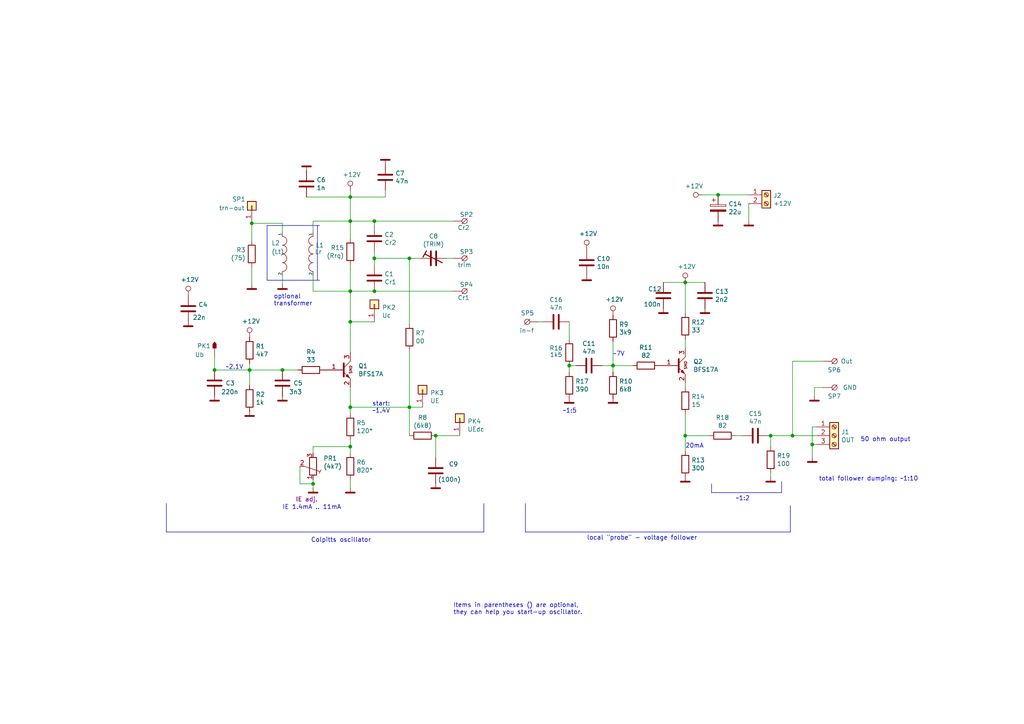
<source format=kicad_sch>
(kicad_sch (version 20230121) (generator eeschema)

  (uuid fbb7e7a6-611b-4f24-9796-7bade97cc99a)

  (paper "A4")

  (title_block
    (title "Colpitts oscillator for practice")
    (date "2021-11-16")
    (rev "1.5")
    (company "Aleksander Burd")
    (comment 1 "Added: divider 1:10 on follower input")
    (comment 3 "Colpitts for practice for advanced beginners :-) A schema and PCB")
  )

  (lib_symbols
    (symbol "Connector_Generic:Conn_01x01" (pin_names (offset 1.016) hide) (in_bom yes) (on_board yes)
      (property "Reference" "J" (at 0 2.54 0)
        (effects (font (size 1.27 1.27)))
      )
      (property "Value" "Conn_01x01" (at 0 -2.54 0)
        (effects (font (size 1.27 1.27)))
      )
      (property "Footprint" "" (at 0 0 0)
        (effects (font (size 1.27 1.27)) hide)
      )
      (property "Datasheet" "~" (at 0 0 0)
        (effects (font (size 1.27 1.27)) hide)
      )
      (property "ki_keywords" "connector" (at 0 0 0)
        (effects (font (size 1.27 1.27)) hide)
      )
      (property "ki_description" "Generic connector, single row, 01x01, script generated (kicad-library-utils/schlib/autogen/connector/)" (at 0 0 0)
        (effects (font (size 1.27 1.27)) hide)
      )
      (property "ki_fp_filters" "Connector*:*_1x??_*" (at 0 0 0)
        (effects (font (size 1.27 1.27)) hide)
      )
      (symbol "Conn_01x01_1_1"
        (rectangle (start -1.27 0.127) (end 0 -0.127)
          (stroke (width 0.1524) (type default))
          (fill (type none))
        )
        (rectangle (start -1.27 1.27) (end 1.27 -1.27)
          (stroke (width 0.254) (type default))
          (fill (type background))
        )
        (pin passive line (at -5.08 0 0) (length 3.81)
          (name "Pin_1" (effects (font (size 1.27 1.27))))
          (number "1" (effects (font (size 1.27 1.27))))
        )
      )
    )
    (symbol "Device:C" (pin_numbers hide) (pin_names (offset 0.254)) (in_bom yes) (on_board yes)
      (property "Reference" "C" (at 0.635 2.54 0)
        (effects (font (size 1.27 1.27)) (justify left))
      )
      (property "Value" "C" (at 0.635 -2.54 0)
        (effects (font (size 1.27 1.27)) (justify left))
      )
      (property "Footprint" "" (at 0.9652 -3.81 0)
        (effects (font (size 1.27 1.27)) hide)
      )
      (property "Datasheet" "~" (at 0 0 0)
        (effects (font (size 1.27 1.27)) hide)
      )
      (property "ki_keywords" "cap capacitor" (at 0 0 0)
        (effects (font (size 1.27 1.27)) hide)
      )
      (property "ki_description" "Unpolarized capacitor" (at 0 0 0)
        (effects (font (size 1.27 1.27)) hide)
      )
      (property "ki_fp_filters" "C_*" (at 0 0 0)
        (effects (font (size 1.27 1.27)) hide)
      )
      (symbol "C_0_1"
        (polyline
          (pts
            (xy -2.032 -0.762)
            (xy 2.032 -0.762)
          )
          (stroke (width 0.508) (type default))
          (fill (type none))
        )
        (polyline
          (pts
            (xy -2.032 0.762)
            (xy 2.032 0.762)
          )
          (stroke (width 0.508) (type default))
          (fill (type none))
        )
      )
      (symbol "C_1_1"
        (pin passive line (at 0 3.81 270) (length 2.794)
          (name "~" (effects (font (size 1.27 1.27))))
          (number "1" (effects (font (size 1.27 1.27))))
        )
        (pin passive line (at 0 -3.81 90) (length 2.794)
          (name "~" (effects (font (size 1.27 1.27))))
          (number "2" (effects (font (size 1.27 1.27))))
        )
      )
    )
    (symbol "Device:R" (pin_numbers hide) (pin_names (offset 0)) (in_bom yes) (on_board yes)
      (property "Reference" "R" (at 2.032 0 90)
        (effects (font (size 1.27 1.27)))
      )
      (property "Value" "R" (at 0 0 90)
        (effects (font (size 1.27 1.27)))
      )
      (property "Footprint" "" (at -1.778 0 90)
        (effects (font (size 1.27 1.27)) hide)
      )
      (property "Datasheet" "~" (at 0 0 0)
        (effects (font (size 1.27 1.27)) hide)
      )
      (property "ki_keywords" "R res resistor" (at 0 0 0)
        (effects (font (size 1.27 1.27)) hide)
      )
      (property "ki_description" "Resistor" (at 0 0 0)
        (effects (font (size 1.27 1.27)) hide)
      )
      (property "ki_fp_filters" "R_*" (at 0 0 0)
        (effects (font (size 1.27 1.27)) hide)
      )
      (symbol "R_0_1"
        (rectangle (start -1.016 -2.54) (end 1.016 2.54)
          (stroke (width 0.254) (type default))
          (fill (type none))
        )
      )
      (symbol "R_1_1"
        (pin passive line (at 0 3.81 270) (length 1.27)
          (name "~" (effects (font (size 1.27 1.27))))
          (number "1" (effects (font (size 1.27 1.27))))
        )
        (pin passive line (at 0 -3.81 90) (length 1.27)
          (name "~" (effects (font (size 1.27 1.27))))
          (number "2" (effects (font (size 1.27 1.27))))
        )
      )
    )
    (symbol "colpitts-k_1v5-rescue:+12V-AB_Library-sch" (power) (pin_names (offset 0)) (in_bom yes) (on_board yes)
      (property "Reference" "#PWR" (at 0 -3.81 0)
        (effects (font (size 1.27 1.27)) hide)
      )
      (property "Value" "+12V-AB_Library-sch" (at 0 2.032 0)
        (effects (font (size 1.27 1.27)))
      )
      (property "Footprint" "" (at 0 0 0)
        (effects (font (size 1.27 1.27)) hide)
      )
      (property "Datasheet" "" (at 0 0 0)
        (effects (font (size 1.27 1.27)) hide)
      )
      (symbol "+12V-AB_Library-sch_0_1"
        (polyline
          (pts
            (xy 0 0)
            (xy 0 1.27)
          )
          (stroke (width 0) (type solid))
          (fill (type none))
        )
        (circle (center 0 2.032) (radius 0.7112)
          (stroke (width 0) (type solid))
          (fill (type none))
        )
      )
      (symbol "+12V-AB_Library-sch_1_1"
        (pin power_in line (at 0 0 90) (length 0) hide
          (name "+12V" (effects (font (size 1.27 1.27))))
          (number "1" (effects (font (size 1.27 1.27))))
        )
      )
    )
    (symbol "colpitts-k_1v5-rescue:ARK_02-AB_Library-sch" (pin_names (offset 1.016) hide) (in_bom yes) (on_board yes)
      (property "Reference" "J" (at 0 5.08 0)
        (effects (font (size 1.27 1.27)))
      )
      (property "Value" "AB_Library-sch_ARK_02" (at -0.127 -2.794 0)
        (effects (font (size 1.27 1.27)))
      )
      (property "Footprint" "AB-lib-foot:ak550_2" (at -0.762 6.35 0)
        (effects (font (size 1.27 1.27)) hide)
      )
      (property "Datasheet" "" (at 0 0 0)
        (effects (font (size 1.27 1.27)) hide)
      )
      (property "ki_fp_filters" "TerminalBlock*:*" (at 0 0 0)
        (effects (font (size 1.27 1.27)) hide)
      )
      (symbol "ARK_02-AB_Library-sch_1_1"
        (rectangle (start -1.27 3.81) (end 1.27 -1.27)
          (stroke (width 0.254) (type solid))
          (fill (type background))
        )
        (polyline
          (pts
            (xy -0.5334 0.3302)
            (xy 0.3302 -0.508)
          )
          (stroke (width 0.1524) (type solid))
          (fill (type none))
        )
        (polyline
          (pts
            (xy -0.5334 2.8702)
            (xy 0.3302 2.032)
          )
          (stroke (width 0.1524) (type solid))
          (fill (type none))
        )
        (polyline
          (pts
            (xy -0.3556 0.508)
            (xy 0.508 -0.3302)
          )
          (stroke (width 0.1524) (type solid))
          (fill (type none))
        )
        (polyline
          (pts
            (xy -0.3556 3.048)
            (xy 0.508 2.2098)
          )
          (stroke (width 0.1524) (type solid))
          (fill (type none))
        )
        (circle (center 0 0) (radius 0.635)
          (stroke (width 0.1524) (type solid))
          (fill (type none))
        )
        (circle (center 0 2.54) (radius 0.635)
          (stroke (width 0.1524) (type solid))
          (fill (type none))
        )
        (pin passive line (at -5.08 2.54 0) (length 3.81)
          (name "Pin_1" (effects (font (size 1.27 1.27))))
          (number "1" (effects (font (size 1.27 1.27))))
        )
        (pin passive line (at -5.08 0 0) (length 3.81)
          (name "Pin_2" (effects (font (size 1.27 1.27))))
          (number "2" (effects (font (size 1.27 1.27))))
        )
      )
    )
    (symbol "colpitts-k_1v5-rescue:ARK_03-AB_Library-sch" (pin_names (offset 1.016) hide) (in_bom yes) (on_board yes)
      (property "Reference" "J" (at 0 5.08 0)
        (effects (font (size 1.27 1.27)))
      )
      (property "Value" "AB_Library-sch_ARK_03" (at 0 -5.08 0)
        (effects (font (size 1.27 1.27)))
      )
      (property "Footprint" "" (at 0 0 0)
        (effects (font (size 1.27 1.27)) hide)
      )
      (property "Datasheet" "" (at 0 0 0)
        (effects (font (size 1.27 1.27)) hide)
      )
      (property "ki_fp_filters" "TerminalBlock*:*" (at 0 0 0)
        (effects (font (size 1.27 1.27)) hide)
      )
      (symbol "ARK_03-AB_Library-sch_1_1"
        (rectangle (start -1.27 3.81) (end 1.27 -3.81)
          (stroke (width 0.254) (type solid))
          (fill (type background))
        )
        (circle (center 0 -2.54) (radius 0.635)
          (stroke (width 0.1524) (type solid))
          (fill (type none))
        )
        (polyline
          (pts
            (xy -0.5334 -2.2098)
            (xy 0.3302 -3.048)
          )
          (stroke (width 0.1524) (type solid))
          (fill (type none))
        )
        (polyline
          (pts
            (xy -0.5334 0.3302)
            (xy 0.3302 -0.508)
          )
          (stroke (width 0.1524) (type solid))
          (fill (type none))
        )
        (polyline
          (pts
            (xy -0.5334 2.8702)
            (xy 0.3302 2.032)
          )
          (stroke (width 0.1524) (type solid))
          (fill (type none))
        )
        (polyline
          (pts
            (xy -0.3556 -2.032)
            (xy 0.508 -2.8702)
          )
          (stroke (width 0.1524) (type solid))
          (fill (type none))
        )
        (polyline
          (pts
            (xy -0.3556 0.508)
            (xy 0.508 -0.3302)
          )
          (stroke (width 0.1524) (type solid))
          (fill (type none))
        )
        (polyline
          (pts
            (xy -0.3556 3.048)
            (xy 0.508 2.2098)
          )
          (stroke (width 0.1524) (type solid))
          (fill (type none))
        )
        (circle (center 0 0) (radius 0.635)
          (stroke (width 0.1524) (type solid))
          (fill (type none))
        )
        (circle (center 0 2.54) (radius 0.635)
          (stroke (width 0.1524) (type solid))
          (fill (type none))
        )
        (pin passive line (at -5.08 2.54 0) (length 3.81)
          (name "Pin_1" (effects (font (size 1.27 1.27))))
          (number "1" (effects (font (size 1.27 1.27))))
        )
        (pin passive line (at -5.08 0 0) (length 3.81)
          (name "Pin_2" (effects (font (size 1.27 1.27))))
          (number "2" (effects (font (size 1.27 1.27))))
        )
        (pin passive line (at -5.08 -2.54 0) (length 3.81)
          (name "Pin_3" (effects (font (size 1.27 1.27))))
          (number "3" (effects (font (size 1.27 1.27))))
        )
      )
    )
    (symbol "colpitts-k_1v5-rescue:CP-Device" (pin_numbers hide) (pin_names (offset 0.254)) (in_bom yes) (on_board yes)
      (property "Reference" "C" (at 0.635 2.54 0)
        (effects (font (size 1.27 1.27)) (justify left))
      )
      (property "Value" "Device_CP" (at 0.635 -2.54 0)
        (effects (font (size 1.27 1.27)) (justify left))
      )
      (property "Footprint" "" (at 0.9652 -3.81 0)
        (effects (font (size 1.27 1.27)) hide)
      )
      (property "Datasheet" "" (at 0 0 0)
        (effects (font (size 1.27 1.27)) hide)
      )
      (property "ki_fp_filters" "CP_*" (at 0 0 0)
        (effects (font (size 1.27 1.27)) hide)
      )
      (symbol "CP-Device_0_1"
        (rectangle (start -2.286 0.508) (end 2.286 1.016)
          (stroke (width 0) (type solid))
          (fill (type none))
        )
        (polyline
          (pts
            (xy -1.778 2.286)
            (xy -0.762 2.286)
          )
          (stroke (width 0) (type solid))
          (fill (type none))
        )
        (polyline
          (pts
            (xy -1.27 2.794)
            (xy -1.27 1.778)
          )
          (stroke (width 0) (type solid))
          (fill (type none))
        )
        (rectangle (start 2.286 -0.508) (end -2.286 -1.016)
          (stroke (width 0) (type solid))
          (fill (type outline))
        )
      )
      (symbol "CP-Device_1_1"
        (pin passive line (at 0 3.81 270) (length 2.794)
          (name "~" (effects (font (size 1.27 1.27))))
          (number "1" (effects (font (size 1.27 1.27))))
        )
        (pin passive line (at 0 -3.81 90) (length 2.794)
          (name "~" (effects (font (size 1.27 1.27))))
          (number "2" (effects (font (size 1.27 1.27))))
        )
      )
    )
    (symbol "colpitts-k_1v5-rescue:CTRIM-Device" (pin_numbers hide) (pin_names (offset 0.254) hide) (in_bom yes) (on_board yes)
      (property "Reference" "C" (at 1.524 -2.032 0)
        (effects (font (size 1.27 1.27)))
      )
      (property "Value" "Device_CTRIM" (at 3.048 -3.556 0)
        (effects (font (size 1.27 1.27)))
      )
      (property "Footprint" "" (at 0 0 0)
        (effects (font (size 1.27 1.27)) hide)
      )
      (property "Datasheet" "" (at 0 0 0)
        (effects (font (size 1.27 1.27)) hide)
      )
      (symbol "CTRIM-Device_0_1"
        (polyline
          (pts
            (xy -2.032 -0.762)
            (xy 2.032 -0.762)
          )
          (stroke (width 0.508) (type solid))
          (fill (type none))
        )
        (polyline
          (pts
            (xy -2.032 0.762)
            (xy 2.032 0.762)
          )
          (stroke (width 0.508) (type solid))
          (fill (type none))
        )
        (polyline
          (pts
            (xy 1.27 2.54)
            (xy -1.27 -2.54)
          )
          (stroke (width 0.3048) (type solid))
          (fill (type none))
        )
        (polyline
          (pts
            (xy 1.27 2.54)
            (xy 0.381 3.048)
          )
          (stroke (width 0.3048) (type solid))
          (fill (type none))
        )
        (polyline
          (pts
            (xy 1.27 2.54)
            (xy 2.159 2.032)
          )
          (stroke (width 0.3048) (type solid))
          (fill (type none))
        )
      )
      (symbol "CTRIM-Device_1_1"
        (pin passive line (at 0 3.81 270) (length 3.048)
          (name "~" (effects (font (size 1.27 1.27))))
          (number "1" (effects (font (size 1.27 1.27))))
        )
        (pin passive line (at 0 -3.81 90) (length 3.048)
          (name "~" (effects (font (size 1.27 1.27))))
          (number "2" (effects (font (size 1.27 1.27))))
        )
      )
    )
    (symbol "colpitts-k_1v5-rescue:GND-AB_Library-sch" (power) (pin_names (offset 0)) (in_bom yes) (on_board yes)
      (property "Reference" "#PWR" (at -1.27 1.27 0)
        (effects (font (size 1.27 1.27)) hide)
      )
      (property "Value" "GND-AB_Library-sch" (at 0 -1.27 0)
        (effects (font (size 1.27 1.27)) hide)
      )
      (property "Footprint" "" (at 0 0 0)
        (effects (font (size 1.27 1.27)) hide)
      )
      (property "Datasheet" "" (at 0 0 0)
        (effects (font (size 1.27 1.27)) hide)
      )
      (symbol "GND-AB_Library-sch_0_1"
        (polyline
          (pts
            (xy 0 0)
            (xy 0 1.27)
          )
          (stroke (width 0) (type solid))
          (fill (type none))
        )
        (polyline
          (pts
            (xy 1.27 0)
            (xy -1.27 0)
          )
          (stroke (width 0.508) (type solid))
          (fill (type none))
        )
      )
      (symbol "GND-AB_Library-sch_1_1"
        (pin power_in line (at 0 1.27 270) (length 0) hide
          (name "GND" (effects (font (size 1.27 1.27))))
          (number "1" (effects (font (size 1.27 1.27))))
        )
      )
    )
    (symbol "colpitts-k_1v5-rescue:INDUCTOR-pspice" (pin_numbers hide) (pin_names (offset 0)) (in_bom yes) (on_board yes)
      (property "Reference" "L" (at 0 2.54 0)
        (effects (font (size 1.27 1.27)))
      )
      (property "Value" "pspice_INDUCTOR" (at 0 -1.27 0)
        (effects (font (size 1.27 1.27)))
      )
      (property "Footprint" "" (at 0 0 0)
        (effects (font (size 1.27 1.27)) hide)
      )
      (property "Datasheet" "" (at 0 0 0)
        (effects (font (size 1.27 1.27)) hide)
      )
      (symbol "INDUCTOR-pspice_0_1"
        (arc (start -2.54 0) (mid -3.81 1.2645) (end -5.08 0)
          (stroke (width 0) (type solid))
          (fill (type none))
        )
        (arc (start 0 0) (mid -1.27 1.2645) (end -2.54 0)
          (stroke (width 0) (type solid))
          (fill (type none))
        )
        (arc (start 2.54 0) (mid 1.27 1.2645) (end 0 0)
          (stroke (width 0) (type solid))
          (fill (type none))
        )
        (arc (start 5.08 0) (mid 3.81 1.2645) (end 2.54 0)
          (stroke (width 0) (type solid))
          (fill (type none))
        )
      )
      (symbol "INDUCTOR-pspice_1_1"
        (pin input line (at -6.35 0 0) (length 1.27)
          (name "1" (effects (font (size 0.762 0.762))))
          (number "1" (effects (font (size 0.762 0.762))))
        )
        (pin input line (at 6.35 0 180) (length 1.27)
          (name "2" (effects (font (size 0.762 0.762))))
          (number "2" (effects (font (size 0.762 0.762))))
        )
      )
    )
    (symbol "colpitts-k_1v5-rescue:NPN_smd-AB_Library-sch" (pin_names (offset 0) hide) (in_bom yes) (on_board yes)
      (property "Reference" "Q" (at 5.08 1.27 0)
        (effects (font (size 1.27 1.27)) (justify left))
      )
      (property "Value" "AB_Library-sch_NPN_smd" (at 5.08 -1.27 0)
        (effects (font (size 1.27 1.27)) (justify left))
      )
      (property "Footprint" "AB-lib-foot:SOT-23" (at -1.524 -4.318 0)
        (effects (font (size 1.27 1.27)) hide)
      )
      (property "Datasheet" "" (at 0 0 0)
        (effects (font (size 1.27 1.27)) hide)
      )
      (symbol "NPN_smd-AB_Library-sch_0_0"
        (text "SMD" (at 2.667 0.127 900)
          (effects (font (size 0.762 0.762)))
        )
      )
      (symbol "NPN_smd-AB_Library-sch_0_1"
        (polyline
          (pts
            (xy 0.635 0.635)
            (xy 2.54 2.54)
          )
          (stroke (width 0) (type solid))
          (fill (type none))
        )
        (polyline
          (pts
            (xy 0.635 -0.635)
            (xy 2.54 -2.54)
            (xy 2.54 -2.54)
          )
          (stroke (width 0) (type solid))
          (fill (type none))
        )
        (polyline
          (pts
            (xy 0.635 1.905)
            (xy 0.635 -1.905)
            (xy 0.635 -1.905)
          )
          (stroke (width 0.508) (type solid))
          (fill (type none))
        )
        (polyline
          (pts
            (xy 1.27 -1.778)
            (xy 1.778 -1.27)
            (xy 2.286 -2.286)
            (xy 1.27 -1.778)
            (xy 1.27 -1.778)
          )
          (stroke (width 0) (type solid))
          (fill (type outline))
        )
      )
      (symbol "NPN_smd-AB_Library-sch_1_1"
        (pin input line (at -5.08 0 0) (length 5.715)
          (name "B" (effects (font (size 1.27 1.27))))
          (number "1" (effects (font (size 1.27 1.27))))
        )
        (pin passive line (at 2.54 -5.08 90) (length 2.54)
          (name "E" (effects (font (size 1.27 1.27))))
          (number "2" (effects (font (size 1.27 1.27))))
        )
        (pin passive line (at 2.54 5.08 270) (length 2.54)
          (name "C" (effects (font (size 1.27 1.27))))
          (number "3" (effects (font (size 1.27 1.27))))
        )
      )
    )
    (symbol "colpitts-k_1v5-rescue:PK-pin-AB_Library-sch" (pin_numbers hide) (pin_names (offset 0.762) hide) (in_bom yes) (on_board yes)
      (property "Reference" "PK" (at 0 6.858 0)
        (effects (font (size 1.27 1.27)))
      )
      (property "Value" "AB_Library-sch_PK-pin" (at 0 5.08 0)
        (effects (font (size 1.27 1.27)))
      )
      (property "Footprint" "AB-lib-foot:ts65" (at 5.08 0 0)
        (effects (font (size 1.27 1.27)) hide)
      )
      (property "Datasheet" "" (at 5.08 0 0)
        (effects (font (size 1.27 1.27)) hide)
      )
      (property "ki_fp_filters" "Pin* Test*" (at 0 0 0)
        (effects (font (size 1.27 1.27)) hide)
      )
      (symbol "PK-pin-AB_Library-sch_0_1"
        (polyline
          (pts
            (xy 0.508 2.54)
            (xy 0.508 3.683)
            (xy 0 4.318)
            (xy -0.508 3.683)
            (xy -0.508 2.54)
            (xy 0.508 2.54)
          )
          (stroke (width 0) (type solid))
          (fill (type outline))
        )
      )
      (symbol "PK-pin-AB_Library-sch_1_1"
        (pin passive line (at 0 0 90) (length 2.54)
          (name "1" (effects (font (size 1.27 1.27))))
          (number "1" (effects (font (size 1.27 1.27))))
        )
      )
    )
    (symbol "colpitts-k_1v5-rescue:PR-AB_Library-sch" (pin_names (offset 1.016) hide) (in_bom yes) (on_board yes)
      (property "Reference" "PR" (at -4.445 0 90)
        (effects (font (size 1.27 1.27)))
      )
      (property "Value" "AB_Library-sch_PR" (at -2.54 0 90)
        (effects (font (size 1.27 1.27)))
      )
      (property "Footprint" "" (at 0 0 0)
        (effects (font (size 1.27 1.27)) hide)
      )
      (property "Datasheet" "" (at 0 0 0)
        (effects (font (size 1.27 1.27)) hide)
      )
      (property "ki_fp_filters" "Potentiometer*" (at 0 0 0)
        (effects (font (size 1.27 1.27)) hide)
      )
      (symbol "PR-AB_Library-sch_0_1"
        (polyline
          (pts
            (xy -2.286 1.016)
            (xy -1.778 2.032)
          )
          (stroke (width 0) (type solid))
          (fill (type none))
        )
        (polyline
          (pts
            (xy 2.54 0)
            (xy -2.032 1.524)
          )
          (stroke (width 0) (type solid))
          (fill (type none))
        )
        (rectangle (start 1.016 2.54) (end -1.016 -2.54)
          (stroke (width 0.254) (type solid))
          (fill (type none))
        )
      )
      (symbol "PR-AB_Library-sch_1_1"
        (pin passive line (at 0 3.81 270) (length 1.27)
          (name "1" (effects (font (size 1.27 1.27))))
          (number "1" (effects (font (size 1.27 1.27))))
        )
        (pin passive line (at 3.81 0 180) (length 1.27)
          (name "2" (effects (font (size 1.27 1.27))))
          (number "2" (effects (font (size 1.27 1.27))))
        )
        (pin passive line (at 0 -3.81 90) (length 1.27)
          (name "3" (effects (font (size 1.27 1.27))))
          (number "3" (effects (font (size 1.27 1.27))))
        )
      )
    )
    (symbol "colpitts-k_1v5-rescue:SolderPin-AB_Library-sch" (pin_numbers hide) (pin_names (offset 0.762) hide) (in_bom yes) (on_board yes)
      (property "Reference" "SP" (at 0 6.858 0)
        (effects (font (size 1.27 1.27)))
      )
      (property "Value" "AB_Library-sch_SolderPin" (at 0 5.08 0)
        (effects (font (size 1.27 1.27)))
      )
      (property "Footprint" "AB-lib-foot:ts65" (at 5.08 0 0)
        (effects (font (size 1.27 1.27)) hide)
      )
      (property "Datasheet" "" (at 5.08 0 0)
        (effects (font (size 1.27 1.27)) hide)
      )
      (property "ki_fp_filters" "Pin* Test*" (at 0 0 0)
        (effects (font (size 1.27 1.27)) hide)
      )
      (symbol "SolderPin-AB_Library-sch_0_1"
        (polyline
          (pts
            (xy 0.762 4.064)
            (xy -0.762 2.54)
          )
          (stroke (width 0) (type solid))
          (fill (type none))
        )
        (circle (center 0 3.302) (radius 0.762)
          (stroke (width 0) (type solid))
          (fill (type none))
        )
      )
      (symbol "SolderPin-AB_Library-sch_1_1"
        (pin passive line (at 0 0 90) (length 2.54)
          (name "1" (effects (font (size 1.27 1.27))))
          (number "1" (effects (font (size 1.27 1.27))))
        )
      )
    )
  )

  (junction (at 90.805 140.335) (diameter 0) (color 0 0 0 0)
    (uuid 024eb18a-e561-41a3-89c8-31a87aa2bd1b)
  )
  (junction (at 198.755 126.365) (diameter 0) (color 0 0 0 0)
    (uuid 0696cbe9-15d6-41b3-bc45-2a311441e3c1)
  )
  (junction (at 118.745 74.93) (diameter 0) (color 0 0 0 0)
    (uuid 07c69716-fd74-49ae-b6ed-67f55c2e346c)
  )
  (junction (at 108.585 74.93) (diameter 0) (color 0 0 0 0)
    (uuid 1243cf3f-8ba4-49cd-9808-873ada421c8d)
  )
  (junction (at 165.1 106.045) (diameter 0) (color 0 0 0 0)
    (uuid 212f2608-f536-417a-be7c-5592907d9329)
  )
  (junction (at 81.915 107.315) (diameter 0) (color 0 0 0 0)
    (uuid 37a5e94d-1ffb-4f88-8f24-77e0e7853f89)
  )
  (junction (at 198.755 81.915) (diameter 0) (color 0 0 0 0)
    (uuid 42f365c4-3c72-4068-8028-4282f2955956)
  )
  (junction (at 126.365 126.365) (diameter 0) (color 0 0 0 0)
    (uuid 4623f0f2-5336-4ec1-b194-fc40faab9d39)
  )
  (junction (at 108.585 64.135) (diameter 0) (color 0 0 0 0)
    (uuid 4e2d0ac9-58b7-46ba-a4ac-b0bbe6f0d9ad)
  )
  (junction (at 101.6 129.54) (diameter 0) (color 0 0 0 0)
    (uuid 63e7af95-77e0-468f-ba73-34756df4c5d4)
  )
  (junction (at 101.6 64.135) (diameter 0) (color 0 0 0 0)
    (uuid 79c28798-fa50-47c8-8141-b42d6b8d97b7)
  )
  (junction (at 62.23 107.315) (diameter 0) (color 0 0 0 0)
    (uuid 837447b4-4634-4d9c-88d9-027b1bc4db70)
  )
  (junction (at 72.39 107.315) (diameter 0) (color 0 0 0 0)
    (uuid 8ec5238d-ba8d-44a9-b855-5e6fd9825554)
  )
  (junction (at 208.28 56.515) (diameter 0) (color 0 0 0 0)
    (uuid 9bbcd74f-b469-4e6f-aebf-3e7fec0b7f35)
  )
  (junction (at 229.87 126.365) (diameter 0) (color 0 0 0 0)
    (uuid 9d5dc3ec-fafe-45d8-8d61-ff1ec07d0b24)
  )
  (junction (at 73.025 64.77) (diameter 0) (color 0 0 0 0)
    (uuid b092c749-d25d-4912-92ac-787219011b64)
  )
  (junction (at 101.6 84.455) (diameter 0) (color 0 0 0 0)
    (uuid b1cc6ee1-55ba-4152-954d-e8f418e25752)
  )
  (junction (at 101.6 57.15) (diameter 0) (color 0 0 0 0)
    (uuid b5948e4f-5fc7-4717-8120-8d1e685cbd29)
  )
  (junction (at 108.585 84.455) (diameter 0) (color 0 0 0 0)
    (uuid d19834c3-8466-449e-82b4-ef59e822af5f)
  )
  (junction (at 177.8 106.045) (diameter 0) (color 0 0 0 0)
    (uuid d3b65de3-018a-49c4-8a51-609f95e321a3)
  )
  (junction (at 118.745 118.11) (diameter 0) (color 0 0 0 0)
    (uuid d55de4fd-788a-4dea-b25c-6d9770b93b36)
  )
  (junction (at 101.6 118.11) (diameter 0) (color 0 0 0 0)
    (uuid d936f997-4816-4003-af9c-508196bdea3e)
  )
  (junction (at 223.52 126.365) (diameter 0) (color 0 0 0 0)
    (uuid e5dc312a-6fc0-4f05-a653-e2c6513dba93)
  )
  (junction (at 235.585 128.905) (diameter 0) (color 0 0 0 0)
    (uuid e77cfa15-281e-4705-a39f-d1c31a71ae30)
  )
  (junction (at 101.6 93.345) (diameter 0) (color 0 0 0 0)
    (uuid f76ee142-4f6f-4e9f-bf2c-1368f430d7a7)
  )

  (polyline (pts (xy 206.375 142.875) (xy 206.375 140.335))
    (stroke (width 0) (type default))
    (uuid 056776e9-def7-42de-b01b-3dbde93112ca)
  )

  (wire (pts (xy 217.17 64.135) (xy 217.17 59.055))
    (stroke (width 0) (type default))
    (uuid 07a64d95-4dd1-4c77-995e-1ff6991cf232)
  )
  (polyline (pts (xy 77.47 81.28) (xy 77.47 65.405))
    (stroke (width 0) (type default))
    (uuid 0cdf53b4-633d-4f67-9419-eb71fa35d6a7)
  )

  (wire (pts (xy 108.585 74.93) (xy 108.585 73.025))
    (stroke (width 0) (type default))
    (uuid 0d494449-7936-41eb-a9ad-79369e53acfd)
  )
  (wire (pts (xy 229.87 126.365) (xy 236.855 126.365))
    (stroke (width 0) (type default))
    (uuid 12004bed-a287-41ac-af6b-f9206c93f265)
  )
  (wire (pts (xy 81.915 82.55) (xy 81.915 80.01))
    (stroke (width 0) (type default))
    (uuid 132ed452-d3b8-4ded-874e-ec17a6de6086)
  )
  (wire (pts (xy 111.76 57.15) (xy 111.76 55.245))
    (stroke (width 0) (type default))
    (uuid 1a6c23f4-36f4-463d-a8a6-077d9bd56276)
  )
  (wire (pts (xy 222.885 126.365) (xy 223.52 126.365))
    (stroke (width 0) (type default))
    (uuid 1cfcf998-4888-4442-915f-ab7f9f44542c)
  )
  (wire (pts (xy 101.6 57.15) (xy 101.6 64.135))
    (stroke (width 0) (type default))
    (uuid 1ddb4341-aca1-4ff9-a172-c36ee1d4f8d7)
  )
  (wire (pts (xy 72.39 107.315) (xy 81.915 107.315))
    (stroke (width 0) (type default))
    (uuid 26dbb570-6722-4d90-969c-76a268d1fcd5)
  )
  (wire (pts (xy 122.555 118.11) (xy 118.745 118.11))
    (stroke (width 0) (type default))
    (uuid 28ea0ca3-2b9d-4f5e-988b-f13be5afc46e)
  )
  (wire (pts (xy 101.6 120.015) (xy 101.6 118.11))
    (stroke (width 0) (type default))
    (uuid 32754b08-ee87-40ce-b081-1f0fa2aeba3f)
  )
  (wire (pts (xy 73.025 82.55) (xy 73.025 77.47))
    (stroke (width 0) (type default))
    (uuid 33919407-facc-4a5c-bf62-0c7b2ec6dbe4)
  )
  (polyline (pts (xy 140.335 154.305) (xy 140.335 146.05))
    (stroke (width 0) (type default))
    (uuid 36f0fa14-444f-4e83-9043-dc1802168482)
  )

  (wire (pts (xy 235.585 132.715) (xy 235.585 128.905))
    (stroke (width 0) (type default))
    (uuid 37864c46-e450-46e3-92d8-5c0e88ce6896)
  )
  (wire (pts (xy 101.6 112.395) (xy 101.6 118.11))
    (stroke (width 0) (type default))
    (uuid 37d6caf0-9ece-420f-8931-9a20060ca2db)
  )
  (polyline (pts (xy 226.695 142.875) (xy 206.375 142.875))
    (stroke (width 0) (type default))
    (uuid 38bb7021-ab93-45ed-beae-4a9b320a15c9)
  )
  (polyline (pts (xy 92.71 81.28) (xy 77.47 81.28))
    (stroke (width 0) (type default))
    (uuid 39b6978c-2743-41b8-b109-cfbd42888ff8)
  )

  (wire (pts (xy 177.8 106.045) (xy 177.8 99.06))
    (stroke (width 0) (type default))
    (uuid 3ba2b979-1b66-4b9e-9e94-caa6c22455b6)
  )
  (polyline (pts (xy 152.4 154.305) (xy 152.4 146.05))
    (stroke (width 0) (type default))
    (uuid 4239d459-a4d0-43e7-9fc7-8335a3319221)
  )

  (wire (pts (xy 108.585 93.345) (xy 101.6 93.345))
    (stroke (width 0) (type default))
    (uuid 460d38e2-f99e-4034-9ce8-5aed7b7faf0d)
  )
  (wire (pts (xy 213.36 126.365) (xy 215.265 126.365))
    (stroke (width 0) (type default))
    (uuid 466711fa-a6cc-4cc9-ac63-7e4cd8a921df)
  )
  (wire (pts (xy 86.995 135.255) (xy 86.995 140.335))
    (stroke (width 0) (type default))
    (uuid 49b15d61-bf4e-4e9f-8d4e-09bfe03660ab)
  )
  (wire (pts (xy 198.755 81.915) (xy 198.755 90.805))
    (stroke (width 0) (type default))
    (uuid 4b41e0d9-b5e5-4504-861a-561b37f3e7ec)
  )
  (wire (pts (xy 62.23 107.315) (xy 72.39 107.315))
    (stroke (width 0) (type default))
    (uuid 4bc890f4-a995-4402-9524-0c2855638c6c)
  )
  (wire (pts (xy 236.855 128.905) (xy 235.585 128.905))
    (stroke (width 0) (type default))
    (uuid 4ce59840-70ec-467d-9ecb-ce0d25de8bb8)
  )
  (wire (pts (xy 229.87 104.775) (xy 229.87 126.365))
    (stroke (width 0) (type default))
    (uuid 513e0768-acb7-4bcd-aaf6-8c309b1b3fb4)
  )
  (wire (pts (xy 223.52 138.43) (xy 223.52 137.16))
    (stroke (width 0) (type default))
    (uuid 53f670c2-2661-41d5-8d4d-7ada3479695d)
  )
  (wire (pts (xy 101.6 131.445) (xy 101.6 129.54))
    (stroke (width 0) (type default))
    (uuid 5453aaa4-d27a-4a28-90d1-bbf06bd8065a)
  )
  (wire (pts (xy 101.6 57.15) (xy 111.76 57.15))
    (stroke (width 0) (type default))
    (uuid 556472f2-fa93-42fc-972c-266f105920b2)
  )
  (wire (pts (xy 167.005 106.045) (xy 165.1 106.045))
    (stroke (width 0) (type default))
    (uuid 5667664f-d432-423f-a81c-446e15266c07)
  )
  (wire (pts (xy 223.52 129.54) (xy 223.52 126.365))
    (stroke (width 0) (type default))
    (uuid 5750769b-7f22-4a82-a42b-6f93817d5df5)
  )
  (wire (pts (xy 81.915 64.77) (xy 73.025 64.77))
    (stroke (width 0) (type default))
    (uuid 59a3a475-ba75-45eb-98ad-7db996c65961)
  )
  (wire (pts (xy 108.585 84.455) (xy 101.6 84.455))
    (stroke (width 0) (type default))
    (uuid 5a09e3e2-ec2e-4750-a1d0-27c07f83115d)
  )
  (wire (pts (xy 236.22 112.395) (xy 238.76 112.395))
    (stroke (width 0) (type default))
    (uuid 5bfd59bf-c8cc-4f13-a002-30d8a987097c)
  )
  (wire (pts (xy 90.805 80.01) (xy 90.805 84.455))
    (stroke (width 0) (type default))
    (uuid 66eb3f1d-145e-4a68-a757-dbe7bba6dee8)
  )
  (wire (pts (xy 165.1 93.345) (xy 165.1 98.425))
    (stroke (width 0) (type default))
    (uuid 67f22b7a-b1aa-4e41-ad3e-7d068dfd1223)
  )
  (wire (pts (xy 118.745 118.11) (xy 118.745 126.365))
    (stroke (width 0) (type default))
    (uuid 680ed2b9-25fa-4ac3-bd7f-98a2221ad32c)
  )
  (wire (pts (xy 81.915 67.31) (xy 81.915 64.77))
    (stroke (width 0) (type default))
    (uuid 6e998c8f-d419-4bcf-b102-d1ea3b69ecc3)
  )
  (wire (pts (xy 183.515 106.045) (xy 177.8 106.045))
    (stroke (width 0) (type default))
    (uuid 6f74f7cc-6fba-4b8e-a88a-ed84ac1ac4c9)
  )
  (wire (pts (xy 235.585 128.905) (xy 235.585 123.825))
    (stroke (width 0) (type default))
    (uuid 71ab2d29-12b1-4ec8-83b6-bba670840894)
  )
  (wire (pts (xy 90.805 67.31) (xy 90.805 64.135))
    (stroke (width 0) (type default))
    (uuid 7331d345-9f6f-494c-b009-776efb8e0425)
  )
  (polyline (pts (xy 77.47 65.405) (xy 92.71 65.405))
    (stroke (width 0) (type default))
    (uuid 7a64eb17-4297-4cef-8ff5-a800c21a5b0c)
  )

  (wire (pts (xy 90.805 141.605) (xy 90.805 140.335))
    (stroke (width 0) (type default))
    (uuid 7aa49a1d-e174-45ac-a41b-9cb66cff363d)
  )
  (wire (pts (xy 223.52 126.365) (xy 229.87 126.365))
    (stroke (width 0) (type default))
    (uuid 80686889-08ff-4ce7-af2f-4e7684f5fe0f)
  )
  (polyline (pts (xy 229.235 146.685) (xy 229.235 154.305))
    (stroke (width 0) (type default))
    (uuid 813b018e-bdff-4c49-a5c0-15573b5dd41e)
  )

  (wire (pts (xy 101.6 69.215) (xy 101.6 64.135))
    (stroke (width 0) (type default))
    (uuid 82f08627-31f8-45ee-97c9-d6df36158fc7)
  )
  (wire (pts (xy 90.805 64.135) (xy 101.6 64.135))
    (stroke (width 0) (type default))
    (uuid 83bb43be-bb10-45a3-9c7d-0b728d32b356)
  )
  (wire (pts (xy 88.9 57.15) (xy 101.6 57.15))
    (stroke (width 0) (type default))
    (uuid 84673225-3a3b-49a6-8182-f11ff82f5c86)
  )
  (wire (pts (xy 208.28 56.515) (xy 203.835 56.515))
    (stroke (width 0) (type default))
    (uuid 850c3aef-a430-432c-abbd-01940f4f4df9)
  )
  (wire (pts (xy 121.92 74.93) (xy 118.745 74.93))
    (stroke (width 0) (type default))
    (uuid 8697bbaf-bb70-489e-81b1-daac965af0eb)
  )
  (wire (pts (xy 118.745 74.93) (xy 118.745 93.98))
    (stroke (width 0) (type default))
    (uuid 87fcb967-c9ce-46d0-93d5-d3eb571363a4)
  )
  (wire (pts (xy 101.6 118.11) (xy 118.745 118.11))
    (stroke (width 0) (type default))
    (uuid 8f3d1eb8-8f99-47c7-b729-ad3d207ace5a)
  )
  (wire (pts (xy 62.23 107.315) (xy 62.23 103.505))
    (stroke (width 0) (type default))
    (uuid 8f791409-b02f-43b5-b8b5-531bd9c9e5fa)
  )
  (wire (pts (xy 157.48 93.345) (xy 156.21 93.345))
    (stroke (width 0) (type default))
    (uuid 93e0bbf9-b636-4052-b278-22148da360a2)
  )
  (polyline (pts (xy 229.235 154.305) (xy 152.4 154.305))
    (stroke (width 0) (type default))
    (uuid 9857820b-0cca-43e0-9cd4-fb9bdac150dc)
  )

  (wire (pts (xy 229.87 104.775) (xy 238.76 104.775))
    (stroke (width 0) (type default))
    (uuid 996bd6b4-4d2a-46be-aea8-73af871a3453)
  )
  (wire (pts (xy 101.6 64.135) (xy 108.585 64.135))
    (stroke (width 0) (type default))
    (uuid a001f58a-4579-4101-9fb6-917e06fde492)
  )
  (wire (pts (xy 101.6 129.54) (xy 101.6 127.635))
    (stroke (width 0) (type default))
    (uuid a10619f8-ab6a-449a-aad4-44c493e089fc)
  )
  (wire (pts (xy 235.585 123.825) (xy 236.855 123.825))
    (stroke (width 0) (type default))
    (uuid a119c275-d480-40e0-ae31-21f02dbbf338)
  )
  (wire (pts (xy 101.6 57.15) (xy 101.6 55.245))
    (stroke (width 0) (type default))
    (uuid a68c5f07-4c48-459e-a21e-93f86db00fa0)
  )
  (wire (pts (xy 177.8 107.95) (xy 177.8 106.045))
    (stroke (width 0) (type default))
    (uuid a6bab228-dbd0-429d-aeb8-904d4a0414da)
  )
  (wire (pts (xy 198.755 111.125) (xy 198.755 112.395))
    (stroke (width 0) (type default))
    (uuid a9af2c9b-8daa-4ef0-90c2-c8cea330a6d9)
  )
  (polyline (pts (xy 140.335 154.305) (xy 48.26 154.305))
    (stroke (width 0) (type default))
    (uuid a9bea0c3-0441-49fc-a6d2-9846fbd9afca)
  )
  (polyline (pts (xy 92.075 65.405) (xy 92.075 81.28))
    (stroke (width 0) (type default))
    (uuid aa9abc78-c24d-437e-9378-e72716e3605d)
  )
  (polyline (pts (xy 48.26 154.305) (xy 48.26 146.05))
    (stroke (width 0) (type default))
    (uuid aaf816a7-c364-4201-9df0-89f6b228e552)
  )

  (wire (pts (xy 101.6 129.54) (xy 90.805 129.54))
    (stroke (width 0) (type default))
    (uuid ad37bec4-b1a2-4699-abaf-89d2c4d85790)
  )
  (wire (pts (xy 131.445 64.135) (xy 108.585 64.135))
    (stroke (width 0) (type default))
    (uuid b00ec671-b2d7-439a-89c4-81ed97d5f2be)
  )
  (wire (pts (xy 72.39 111.76) (xy 72.39 107.315))
    (stroke (width 0) (type default))
    (uuid b0a876df-65bb-4e77-abdf-614c21461e40)
  )
  (wire (pts (xy 72.39 107.315) (xy 72.39 105.41))
    (stroke (width 0) (type default))
    (uuid b1d6c74b-e474-4578-8534-b842d01442b3)
  )
  (wire (pts (xy 101.6 76.835) (xy 101.6 84.455))
    (stroke (width 0) (type default))
    (uuid b1fc47fa-b651-42d7-9bb1-0196a45b1052)
  )
  (wire (pts (xy 198.755 98.425) (xy 198.755 100.965))
    (stroke (width 0) (type default))
    (uuid b2e446b3-b005-4252-b62f-a2bd6df0f8c8)
  )
  (wire (pts (xy 90.805 140.335) (xy 90.805 139.065))
    (stroke (width 0) (type default))
    (uuid b4a5bc28-b5c1-4fec-80a6-dfcc1eed2535)
  )
  (wire (pts (xy 108.585 84.455) (xy 131.445 84.455))
    (stroke (width 0) (type default))
    (uuid b5a1f2e1-c02b-4064-8321-08c79531be16)
  )
  (wire (pts (xy 131.445 74.93) (xy 129.54 74.93))
    (stroke (width 0) (type default))
    (uuid b76c7fe9-eb20-4733-984e-e08993b9a8c9)
  )
  (wire (pts (xy 108.585 76.835) (xy 108.585 74.93))
    (stroke (width 0) (type default))
    (uuid bac5d996-de32-459a-b0ee-743135b79c2c)
  )
  (wire (pts (xy 81.915 107.315) (xy 86.36 107.315))
    (stroke (width 0) (type default))
    (uuid bb90f2e5-ce45-46dd-a644-6fbfde8cd15b)
  )
  (wire (pts (xy 108.585 64.135) (xy 108.585 65.405))
    (stroke (width 0) (type default))
    (uuid bdb94d68-5b9a-4e5f-95fe-6acae177717a)
  )
  (wire (pts (xy 108.585 74.93) (xy 118.745 74.93))
    (stroke (width 0) (type default))
    (uuid bfa6f725-83f0-4a1d-bcf4-462f6344dedc)
  )
  (wire (pts (xy 198.755 81.915) (xy 204.47 81.915))
    (stroke (width 0) (type default))
    (uuid c1a47d5f-37c6-4e4d-a98d-d9e102e6ed4b)
  )
  (wire (pts (xy 126.365 126.365) (xy 133.35 126.365))
    (stroke (width 0) (type default))
    (uuid c7a9db8b-5a05-47b4-9dea-b2498192709b)
  )
  (polyline (pts (xy 226.695 139.7) (xy 226.695 142.875))
    (stroke (width 0) (type default))
    (uuid c9223c27-3f5a-4504-99c4-2fa5086ecd68)
  )

  (wire (pts (xy 118.745 101.6) (xy 118.745 118.11))
    (stroke (width 0) (type default))
    (uuid cbe8a926-b4db-4cb8-af1c-ef9809e64548)
  )
  (wire (pts (xy 73.025 64.77) (xy 73.025 69.85))
    (stroke (width 0) (type default))
    (uuid cc1cf21d-ef75-44db-b91c-ad8164d30e05)
  )
  (wire (pts (xy 208.28 56.515) (xy 217.17 56.515))
    (stroke (width 0) (type default))
    (uuid ccfd0e5f-5df3-469e-85fc-9651ec086fe5)
  )
  (wire (pts (xy 236.22 112.395) (xy 236.22 114.935))
    (stroke (width 0) (type default))
    (uuid cfa87751-6bc6-4ce4-9ee2-0d01e06b5194)
  )
  (wire (pts (xy 101.6 84.455) (xy 101.6 93.345))
    (stroke (width 0) (type default))
    (uuid d738e850-dd1f-429c-ae3f-88142a589e29)
  )
  (wire (pts (xy 90.805 84.455) (xy 101.6 84.455))
    (stroke (width 0) (type default))
    (uuid dd8c2571-697c-4279-afb6-2083f7587048)
  )
  (wire (pts (xy 198.755 120.015) (xy 198.755 126.365))
    (stroke (width 0) (type default))
    (uuid e09fdd6e-7d73-47b5-9e83-befebbf152d8)
  )
  (wire (pts (xy 86.995 140.335) (xy 90.805 140.335))
    (stroke (width 0) (type default))
    (uuid e8b9d838-1dc5-4095-86d1-80694fc32fcd)
  )
  (wire (pts (xy 198.755 126.365) (xy 198.755 130.81))
    (stroke (width 0) (type default))
    (uuid ede4910f-1f04-4e81-94f5-60d16caa6bf7)
  )
  (wire (pts (xy 192.405 81.915) (xy 198.755 81.915))
    (stroke (width 0) (type default))
    (uuid ee9258c9-2e73-4a9a-b128-1e0f3c1c2f02)
  )
  (wire (pts (xy 198.755 126.365) (xy 205.74 126.365))
    (stroke (width 0) (type default))
    (uuid eee8ba1d-f4cb-449e-b3b3-f620d0c36d6c)
  )
  (wire (pts (xy 101.6 139.065) (xy 101.6 141.605))
    (stroke (width 0) (type default))
    (uuid f0619156-f521-41c3-b57f-36dec379e96f)
  )
  (wire (pts (xy 90.805 129.54) (xy 90.805 131.445))
    (stroke (width 0) (type default))
    (uuid f22f4c40-4f8f-49af-9c61-2cc916ef4186)
  )
  (wire (pts (xy 126.365 132.715) (xy 126.365 126.365))
    (stroke (width 0) (type default))
    (uuid f49835ce-7690-471f-ae44-be77b999656c)
  )
  (wire (pts (xy 174.625 106.045) (xy 177.8 106.045))
    (stroke (width 0) (type default))
    (uuid f6e0a586-b5bb-42ed-83bc-a304bf1c8aa2)
  )
  (wire (pts (xy 101.6 93.345) (xy 101.6 102.235))
    (stroke (width 0) (type default))
    (uuid f90c9eac-0e69-4777-baf9-e10db173ecd0)
  )
  (wire (pts (xy 165.1 106.045) (xy 165.1 107.95))
    (stroke (width 0) (type default))
    (uuid ff4571b1-1248-4c2c-b458-1c159d5c34db)
  )

  (text "~7V" (at 177.8 103.505 0)
    (effects (font (size 1.27 1.27)) (justify left bottom))
    (uuid 11a2db46-6c8b-446b-b219-96b10e0cb3d5)
  )
  (text "local \"probe\" - voltage follower" (at 170.18 156.845 0)
    (effects (font (size 1.27 1.27)) (justify left bottom))
    (uuid 13818a95-49bb-49b7-950e-7cfc183e08bc)
  )
  (text "~1:5" (at 163.195 120.015 0)
    (effects (font (size 1.27 1.27)) (justify left bottom))
    (uuid 263aef12-0887-4644-a45d-eb48204985ae)
  )
  (text "~1:2" (at 213.36 145.415 0)
    (effects (font (size 1.27 1.27)) (justify left bottom))
    (uuid 337e756a-9300-4d37-a51d-7b3c2174dfc9)
  )
  (text "total follower dumping: ~1:10" (at 237.49 139.7 0)
    (effects (font (size 1.27 1.27)) (justify left bottom))
    (uuid 3df63852-0252-409b-b7bd-681b49e7d63d)
  )
  (text "50 ohm output" (at 249.555 128.27 0)
    (effects (font (size 1.27 1.27)) (justify left bottom))
    (uuid 63391090-0b5d-46e0-8a00-cebd341bc763)
  )
  (text "Items in parentheses () are optional,\nthey can help you start-up oscillator."
    (at 131.445 178.435 0)
    (effects (font (size 1.27 1.27)) (justify left bottom))
    (uuid 79e50894-0031-4101-9c0f-de8f17f4072a)
  )
  (text "optional \ntransformer" (at 79.375 88.9 0)
    (effects (font (size 1.27 1.27)) (justify left bottom))
    (uuid 8733ab33-4162-47dc-a399-97c1b98d9a20)
  )
  (text "start:\n~1.4V" (at 107.95 120.015 0)
    (effects (font (size 1.27 1.27)) (justify left bottom))
    (uuid a329b1bb-3707-4105-aa4e-74ccc91081f7)
  )
  (text "Colpitts oscillator" (at 90.17 157.48 0)
    (effects (font (size 1.27 1.27)) (justify left bottom))
    (uuid a75d4dd5-1d5d-40e6-8cb2-8c6b5d45da63)
  )
  (text "20mA" (at 198.755 130.175 0)
    (effects (font (size 1.27 1.27)) (justify left bottom))
    (uuid e5f50d5c-018b-40dc-bd33-cee1ca22de2b)
  )
  (text "IE 1.4mA .. 11mA" (at 81.915 147.955 0)
    (effects (font (size 1.27 1.27)) (justify left bottom))
    (uuid e72823ca-a426-4c76-bf3d-0680b07ec3f6)
  )
  (text "~2.1V" (at 65.405 107.315 0)
    (effects (font (size 1.27 1.27)) (justify left bottom))
    (uuid f49ba1ae-43fd-462d-a147-d90ed604efd0)
  )

  (symbol (lib_id "colpitts-k_1v5-rescue:INDUCTOR-pspice") (at 90.805 73.66 90) (mirror x) (unit 1)
    (in_bom yes) (on_board yes) (dnp no)
    (uuid 00000000-0000-0000-0000-00005cbc64cd)
    (property "Reference" "L1" (at 93.98 71.12 90)
      (effects (font (size 1.27 1.27)) (justify left))
    )
    (property "Value" "Lr" (at 93.345 73.025 90)
      (effects (font (size 1.27 1.27)) (justify left))
    )
    (property "Footprint" "AB-lib-foot:CN" (at 90.805 73.66 0)
      (effects (font (size 1.27 1.27)) hide)
    )
    (property "Datasheet" "~" (at 90.805 73.66 0)
      (effects (font (size 1.27 1.27)) hide)
    )
    (pin "1" (uuid f447273c-4232-4b62-a8bc-66f2f785126f))
    (pin "2" (uuid 9501c60d-2d7b-4957-a9e0-99148ef1faac))
    (instances
      (project "colpitts-k_1v5"
        (path "/fbb7e7a6-611b-4f24-9796-7bade97cc99a"
          (reference "L1") (unit 1)
        )
      )
    )
  )

  (symbol (lib_id "Device:C") (at 111.76 51.435 0) (unit 1)
    (in_bom yes) (on_board yes) (dnp no)
    (uuid 00000000-0000-0000-0000-00005cbc65d8)
    (property "Reference" "C7" (at 114.681 50.2666 0)
      (effects (font (size 1.27 1.27)) (justify left))
    )
    (property "Value" "47n" (at 114.681 52.578 0)
      (effects (font (size 1.27 1.27)) (justify left))
    )
    (property "Footprint" "AB-lib-foot:R_0805_AB" (at 112.7252 55.245 0)
      (effects (font (size 1.27 1.27)) hide)
    )
    (property "Datasheet" "~" (at 111.76 51.435 0)
      (effects (font (size 1.27 1.27)) hide)
    )
    (pin "1" (uuid c8f4ee96-6f3d-4d96-b822-18bf95fde0af))
    (pin "2" (uuid 34e7a8a5-ccbb-4765-94f9-75a82c8e2e7b))
    (instances
      (project "colpitts-k_1v5"
        (path "/fbb7e7a6-611b-4f24-9796-7bade97cc99a"
          (reference "C7") (unit 1)
        )
      )
    )
  )

  (symbol (lib_id "Device:C") (at 81.915 111.125 0) (unit 1)
    (in_bom yes) (on_board yes) (dnp no)
    (uuid 00000000-0000-0000-0000-00005cbc66d2)
    (property "Reference" "C5" (at 85.09 111.125 0)
      (effects (font (size 1.27 1.27)) (justify left))
    )
    (property "Value" "3n3" (at 83.82 113.665 0)
      (effects (font (size 1.27 1.27)) (justify left))
    )
    (property "Footprint" "AB-lib-foot:R_0805_AB" (at 82.8802 114.935 0)
      (effects (font (size 1.27 1.27)) hide)
    )
    (property "Datasheet" "~" (at 81.915 111.125 0)
      (effects (font (size 1.27 1.27)) hide)
    )
    (pin "1" (uuid 49bce055-7dab-4b07-acaa-a9a6dc85be0c))
    (pin "2" (uuid 422c410f-527f-4b04-adb1-06b8f131d5aa))
    (instances
      (project "colpitts-k_1v5"
        (path "/fbb7e7a6-611b-4f24-9796-7bade97cc99a"
          (reference "C5") (unit 1)
        )
      )
    )
  )

  (symbol (lib_id "Device:R") (at 198.755 94.615 0) (unit 1)
    (in_bom yes) (on_board yes) (dnp no)
    (uuid 00000000-0000-0000-0000-00005cbc6852)
    (property "Reference" "R12" (at 200.533 93.4466 0)
      (effects (font (size 1.27 1.27)) (justify left))
    )
    (property "Value" "33" (at 200.533 95.758 0)
      (effects (font (size 1.27 1.27)) (justify left))
    )
    (property "Footprint" "AB-lib-foot:R_0805_AB" (at 196.977 94.615 90)
      (effects (font (size 1.27 1.27)) hide)
    )
    (property "Datasheet" "~" (at 198.755 94.615 0)
      (effects (font (size 1.27 1.27)) hide)
    )
    (pin "2" (uuid 355248c9-53f6-467d-8807-460c9dd2b2fc))
    (pin "1" (uuid 6fba2d3d-cb07-4e95-93ca-fce7b516608f))
    (instances
      (project "colpitts-k_1v5"
        (path "/fbb7e7a6-611b-4f24-9796-7bade97cc99a"
          (reference "R12") (unit 1)
        )
      )
    )
  )

  (symbol (lib_id "Device:R") (at 101.6 123.825 0) (unit 1)
    (in_bom yes) (on_board yes) (dnp no)
    (uuid 00000000-0000-0000-0000-00005cbc68c8)
    (property "Reference" "R5" (at 103.378 122.6566 0)
      (effects (font (size 1.27 1.27)) (justify left))
    )
    (property "Value" "120*" (at 103.378 124.968 0)
      (effects (font (size 1.27 1.27)) (justify left))
    )
    (property "Footprint" "AB-lib-foot:R_0805_AB" (at 99.822 123.825 90)
      (effects (font (size 1.27 1.27)) hide)
    )
    (property "Datasheet" "~" (at 101.6 123.825 0)
      (effects (font (size 1.27 1.27)) hide)
    )
    (pin "2" (uuid 3d2f3357-bfb0-433b-b07c-fdae51889e78))
    (pin "1" (uuid d03c9823-780b-4734-a6f8-6f8dfb7f0077))
    (instances
      (project "colpitts-k_1v5"
        (path "/fbb7e7a6-611b-4f24-9796-7bade97cc99a"
          (reference "R5") (unit 1)
        )
      )
    )
  )

  (symbol (lib_id "colpitts-k_1v5-rescue:CP-Device") (at 208.28 60.325 0) (unit 1)
    (in_bom yes) (on_board yes) (dnp no)
    (uuid 00000000-0000-0000-0000-00005cbc69ac)
    (property "Reference" "C14" (at 211.2772 59.1566 0)
      (effects (font (size 1.27 1.27)) (justify left))
    )
    (property "Value" "22u" (at 211.2772 61.468 0)
      (effects (font (size 1.27 1.27)) (justify left))
    )
    (property "Footprint" "AB-lib-foot:CPEm" (at 209.2452 64.135 0)
      (effects (font (size 1.27 1.27)) hide)
    )
    (property "Datasheet" "~" (at 208.28 60.325 0)
      (effects (font (size 1.27 1.27)) hide)
    )
    (pin "1" (uuid 0076c801-994e-469b-87fe-275cc911bbb4))
    (pin "2" (uuid ec717ea9-1567-4e73-aad1-3d0c9aa9703e))
    (instances
      (project "colpitts-k_1v5"
        (path "/fbb7e7a6-611b-4f24-9796-7bade97cc99a"
          (reference "C14") (unit 1)
        )
      )
    )
  )

  (symbol (lib_id "Device:R") (at 198.755 116.205 0) (unit 1)
    (in_bom yes) (on_board yes) (dnp no)
    (uuid 00000000-0000-0000-0000-00005cbc69da)
    (property "Reference" "R14" (at 200.533 115.0366 0)
      (effects (font (size 1.27 1.27)) (justify left))
    )
    (property "Value" "15" (at 200.533 117.348 0)
      (effects (font (size 1.27 1.27)) (justify left))
    )
    (property "Footprint" "AB-lib-foot:R_0805_AB" (at 196.977 116.205 90)
      (effects (font (size 1.27 1.27)) hide)
    )
    (property "Datasheet" "~" (at 198.755 116.205 0)
      (effects (font (size 1.27 1.27)) hide)
    )
    (pin "1" (uuid 67556902-9795-4d26-9be7-f2755f68d46b))
    (pin "2" (uuid 3bfa8d5f-8aaa-4470-b4c0-c149e1b86e09))
    (instances
      (project "colpitts-k_1v5"
        (path "/fbb7e7a6-611b-4f24-9796-7bade97cc99a"
          (reference "R14") (unit 1)
        )
      )
    )
  )

  (symbol (lib_id "Device:R") (at 90.17 107.315 270) (unit 1)
    (in_bom yes) (on_board yes) (dnp no)
    (uuid 00000000-0000-0000-0000-00005cbc6bba)
    (property "Reference" "R4" (at 90.17 102.0572 90)
      (effects (font (size 1.27 1.27)))
    )
    (property "Value" "33" (at 90.17 104.3686 90)
      (effects (font (size 1.27 1.27)))
    )
    (property "Footprint" "AB-lib-foot:R_0805_AB" (at 90.17 105.537 90)
      (effects (font (size 1.27 1.27)) hide)
    )
    (property "Datasheet" "~" (at 90.17 107.315 0)
      (effects (font (size 1.27 1.27)) hide)
    )
    (pin "1" (uuid b6cc48e9-061a-4305-9d94-ee23f0fad908))
    (pin "2" (uuid ba106384-7b32-48da-9464-b3c8dad170e7))
    (instances
      (project "colpitts-k_1v5"
        (path "/fbb7e7a6-611b-4f24-9796-7bade97cc99a"
          (reference "R4") (unit 1)
        )
      )
    )
  )

  (symbol (lib_id "Device:R") (at 187.325 106.045 270) (unit 1)
    (in_bom yes) (on_board yes) (dnp no)
    (uuid 00000000-0000-0000-0000-00005cbc6c16)
    (property "Reference" "R11" (at 187.325 100.7872 90)
      (effects (font (size 1.27 1.27)))
    )
    (property "Value" "82" (at 187.325 103.0986 90)
      (effects (font (size 1.27 1.27)))
    )
    (property "Footprint" "AB-lib-foot:R_0805_AB" (at 187.325 104.267 90)
      (effects (font (size 1.27 1.27)) hide)
    )
    (property "Datasheet" "~" (at 187.325 106.045 0)
      (effects (font (size 1.27 1.27)) hide)
    )
    (pin "2" (uuid f5e8c116-da68-47dc-9b90-0f127add24fa))
    (pin "1" (uuid 633e24dd-bb5b-4419-ae50-7a4dead69a6e))
    (instances
      (project "colpitts-k_1v5"
        (path "/fbb7e7a6-611b-4f24-9796-7bade97cc99a"
          (reference "R11") (unit 1)
        )
      )
    )
  )

  (symbol (lib_id "Device:R") (at 177.8 95.25 0) (unit 1)
    (in_bom yes) (on_board yes) (dnp no)
    (uuid 00000000-0000-0000-0000-00005cbc6d13)
    (property "Reference" "R9" (at 179.578 94.0816 0)
      (effects (font (size 1.27 1.27)) (justify left))
    )
    (property "Value" "3k9" (at 179.578 96.393 0)
      (effects (font (size 1.27 1.27)) (justify left))
    )
    (property "Footprint" "AB-lib-foot:R_0805_AB" (at 176.022 95.25 90)
      (effects (font (size 1.27 1.27)) hide)
    )
    (property "Datasheet" "~" (at 177.8 95.25 0)
      (effects (font (size 1.27 1.27)) hide)
    )
    (pin "1" (uuid 91d84526-8469-4768-a8eb-eab6d1d90f4e))
    (pin "2" (uuid bfdca3d6-a9d4-48ed-a36e-104b73e2af4a))
    (instances
      (project "colpitts-k_1v5"
        (path "/fbb7e7a6-611b-4f24-9796-7bade97cc99a"
          (reference "R9") (unit 1)
        )
      )
    )
  )

  (symbol (lib_id "Device:R") (at 177.8 111.76 0) (unit 1)
    (in_bom yes) (on_board yes) (dnp no)
    (uuid 00000000-0000-0000-0000-00005cbc7184)
    (property "Reference" "R10" (at 179.578 110.5916 0)
      (effects (font (size 1.27 1.27)) (justify left))
    )
    (property "Value" "6k8" (at 179.578 112.903 0)
      (effects (font (size 1.27 1.27)) (justify left))
    )
    (property "Footprint" "AB-lib-foot:R_0805_AB" (at 176.022 111.76 90)
      (effects (font (size 1.27 1.27)) hide)
    )
    (property "Datasheet" "~" (at 177.8 111.76 0)
      (effects (font (size 1.27 1.27)) hide)
    )
    (pin "2" (uuid 94b8ba55-12ad-455f-9d4c-0233b4a4feea))
    (pin "1" (uuid 18754bd4-a369-4ceb-9e80-ee77363ac225))
    (instances
      (project "colpitts-k_1v5"
        (path "/fbb7e7a6-611b-4f24-9796-7bade97cc99a"
          (reference "R10") (unit 1)
        )
      )
    )
  )

  (symbol (lib_id "Device:C") (at 204.47 85.725 0) (unit 1)
    (in_bom yes) (on_board yes) (dnp no)
    (uuid 00000000-0000-0000-0000-00005cbc759f)
    (property "Reference" "C13" (at 207.391 84.5566 0)
      (effects (font (size 1.27 1.27)) (justify left))
    )
    (property "Value" "2n2" (at 207.391 86.868 0)
      (effects (font (size 1.27 1.27)) (justify left))
    )
    (property "Footprint" "AB-lib-foot:R_0805_AB" (at 205.4352 89.535 0)
      (effects (font (size 1.27 1.27)) hide)
    )
    (property "Datasheet" "~" (at 204.47 85.725 0)
      (effects (font (size 1.27 1.27)) hide)
    )
    (pin "1" (uuid 0364d068-80aa-49dc-b73c-9bd6c1264d49))
    (pin "2" (uuid fec1d98d-6ca0-489a-9f66-33766e651248))
    (instances
      (project "colpitts-k_1v5"
        (path "/fbb7e7a6-611b-4f24-9796-7bade97cc99a"
          (reference "C13") (unit 1)
        )
      )
    )
  )

  (symbol (lib_id "Device:C") (at 192.405 85.725 0) (unit 1)
    (in_bom yes) (on_board yes) (dnp no)
    (uuid 00000000-0000-0000-0000-00005cbd248b)
    (property "Reference" "C12" (at 187.96 83.82 0)
      (effects (font (size 1.27 1.27)) (justify left))
    )
    (property "Value" "100n" (at 186.69 88.265 0)
      (effects (font (size 1.27 1.27)) (justify left))
    )
    (property "Footprint" "AB-lib-foot:R_0805_AB" (at 193.3702 89.535 0)
      (effects (font (size 1.27 1.27)) hide)
    )
    (property "Datasheet" "~" (at 192.405 85.725 0)
      (effects (font (size 1.27 1.27)) hide)
    )
    (pin "1" (uuid d5e426ab-a74c-4bf2-b1e7-722f30bfdebf))
    (pin "2" (uuid c2a3e512-09bb-497a-a4cf-c4d57744a0db))
    (instances
      (project "colpitts-k_1v5"
        (path "/fbb7e7a6-611b-4f24-9796-7bade97cc99a"
          (reference "C12") (unit 1)
        )
      )
    )
  )

  (symbol (lib_id "Device:C") (at 108.585 69.215 0) (unit 1)
    (in_bom yes) (on_board yes) (dnp no)
    (uuid 00000000-0000-0000-0000-00005cbd50fc)
    (property "Reference" "C2" (at 111.506 68.0466 0)
      (effects (font (size 1.27 1.27)) (justify left))
    )
    (property "Value" "Cr2" (at 111.506 70.358 0)
      (effects (font (size 1.27 1.27)) (justify left))
    )
    (property "Footprint" "AB-lib-foot:R_0805_AB" (at 109.5502 73.025 0)
      (effects (font (size 1.27 1.27)) hide)
    )
    (property "Datasheet" "~" (at 108.585 69.215 0)
      (effects (font (size 1.27 1.27)) hide)
    )
    (pin "2" (uuid d5b67692-b9bb-4a4d-928c-20eb3d0f8a67))
    (pin "1" (uuid a8040fd6-e26b-4f54-b599-3d5c5871f0e0))
    (instances
      (project "colpitts-k_1v5"
        (path "/fbb7e7a6-611b-4f24-9796-7bade97cc99a"
          (reference "C2") (unit 1)
        )
      )
    )
  )

  (symbol (lib_id "Device:C") (at 54.61 89.535 0) (unit 1)
    (in_bom yes) (on_board yes) (dnp no)
    (uuid 00000000-0000-0000-0000-00005cbd8211)
    (property "Reference" "C4" (at 57.531 88.3666 0)
      (effects (font (size 1.27 1.27)) (justify left))
    )
    (property "Value" "22n" (at 55.88 92.075 0)
      (effects (font (size 1.27 1.27)) (justify left))
    )
    (property "Footprint" "AB-lib-foot:R_0805_AB" (at 55.5752 93.345 0)
      (effects (font (size 1.27 1.27)) hide)
    )
    (property "Datasheet" "~" (at 54.61 89.535 0)
      (effects (font (size 1.27 1.27)) hide)
    )
    (pin "2" (uuid 41ae65f7-945c-43e6-8c44-a93bffcac6cc))
    (pin "1" (uuid a09c2350-4d82-4b52-b9fb-e32f7c078467))
    (instances
      (project "colpitts-k_1v5"
        (path "/fbb7e7a6-611b-4f24-9796-7bade97cc99a"
          (reference "C4") (unit 1)
        )
      )
    )
  )

  (symbol (lib_id "Device:R") (at 72.39 115.57 0) (unit 1)
    (in_bom yes) (on_board yes) (dnp no)
    (uuid 00000000-0000-0000-0000-00005cbe4942)
    (property "Reference" "R2" (at 74.168 114.4016 0)
      (effects (font (size 1.27 1.27)) (justify left))
    )
    (property "Value" "1k" (at 74.168 116.713 0)
      (effects (font (size 1.27 1.27)) (justify left))
    )
    (property "Footprint" "AB-lib-foot:R_0805_AB" (at 70.612 115.57 90)
      (effects (font (size 1.27 1.27)) hide)
    )
    (property "Datasheet" "~" (at 72.39 115.57 0)
      (effects (font (size 1.27 1.27)) hide)
    )
    (pin "1" (uuid 206b1414-2032-4d4b-be71-02b01aeb59e2))
    (pin "2" (uuid 4d4a9eaa-f905-4a18-b24e-bacb8ea7d4f3))
    (instances
      (project "colpitts-k_1v5"
        (path "/fbb7e7a6-611b-4f24-9796-7bade97cc99a"
          (reference "R2") (unit 1)
        )
      )
    )
  )

  (symbol (lib_id "Device:R") (at 118.745 97.79 0) (unit 1)
    (in_bom yes) (on_board yes) (dnp no)
    (uuid 00000000-0000-0000-0000-00005cbf09f1)
    (property "Reference" "R7" (at 120.523 96.6216 0)
      (effects (font (size 1.27 1.27)) (justify left))
    )
    (property "Value" "00" (at 120.523 98.933 0)
      (effects (font (size 1.27 1.27)) (justify left))
    )
    (property "Footprint" "AB-lib-foot:R_1206_AB" (at 116.967 97.79 90)
      (effects (font (size 1.27 1.27)) hide)
    )
    (property "Datasheet" "~" (at 118.745 97.79 0)
      (effects (font (size 1.27 1.27)) hide)
    )
    (pin "2" (uuid e3ab8f1d-4d2f-437b-871b-b306fc65b8ea))
    (pin "1" (uuid f9604afe-a517-4930-9196-32d6ec6f8f07))
    (instances
      (project "colpitts-k_1v5"
        (path "/fbb7e7a6-611b-4f24-9796-7bade97cc99a"
          (reference "R7") (unit 1)
        )
      )
    )
  )

  (symbol (lib_id "Device:C") (at 219.075 126.365 270) (unit 1)
    (in_bom yes) (on_board yes) (dnp no)
    (uuid 00000000-0000-0000-0000-00005cbf4ab5)
    (property "Reference" "C15" (at 219.075 119.9642 90)
      (effects (font (size 1.27 1.27)))
    )
    (property "Value" "47n" (at 219.075 122.2756 90)
      (effects (font (size 1.27 1.27)))
    )
    (property "Footprint" "AB-lib-foot:R_0805_AB" (at 215.265 127.3302 0)
      (effects (font (size 1.27 1.27)) hide)
    )
    (property "Datasheet" "~" (at 219.075 126.365 0)
      (effects (font (size 1.27 1.27)) hide)
    )
    (pin "2" (uuid 0ef20d9a-e9cf-4789-af73-dfe5364148fb))
    (pin "1" (uuid 686968d3-0d9d-4d0d-a2fb-1bb5a137e7eb))
    (instances
      (project "colpitts-k_1v5"
        (path "/fbb7e7a6-611b-4f24-9796-7bade97cc99a"
          (reference "C15") (unit 1)
        )
      )
    )
  )

  (symbol (lib_id "Device:C") (at 88.9 53.34 0) (unit 1)
    (in_bom yes) (on_board yes) (dnp no)
    (uuid 00000000-0000-0000-0000-00005cd23978)
    (property "Reference" "C6" (at 91.821 52.1716 0)
      (effects (font (size 1.27 1.27)) (justify left))
    )
    (property "Value" "1n" (at 91.821 54.483 0)
      (effects (font (size 1.27 1.27)) (justify left))
    )
    (property "Footprint" "AB-lib-foot:R_0805_AB" (at 89.8652 57.15 0)
      (effects (font (size 1.27 1.27)) hide)
    )
    (property "Datasheet" "~" (at 88.9 53.34 0)
      (effects (font (size 1.27 1.27)) hide)
    )
    (pin "2" (uuid 4aa708a5-a220-422c-8298-037a99d54d87))
    (pin "1" (uuid cb736a17-ea9c-45d0-94b6-4be434245310))
    (instances
      (project "colpitts-k_1v5"
        (path "/fbb7e7a6-611b-4f24-9796-7bade97cc99a"
          (reference "C6") (unit 1)
        )
      )
    )
  )

  (symbol (lib_id "Device:C") (at 170.18 76.2 0) (unit 1)
    (in_bom yes) (on_board yes) (dnp no)
    (uuid 00000000-0000-0000-0000-00005cd7cce1)
    (property "Reference" "C10" (at 173.101 75.0316 0)
      (effects (font (size 1.27 1.27)) (justify left))
    )
    (property "Value" "10n" (at 173.101 77.343 0)
      (effects (font (size 1.27 1.27)) (justify left))
    )
    (property "Footprint" "AB-lib-foot:R_0805_AB" (at 171.1452 80.01 0)
      (effects (font (size 1.27 1.27)) hide)
    )
    (property "Datasheet" "~" (at 170.18 76.2 0)
      (effects (font (size 1.27 1.27)) hide)
    )
    (pin "2" (uuid 3ef3d7cf-439a-4190-b114-f7765fba37a4))
    (pin "1" (uuid 4bc50f3b-3e03-4f59-8651-498d903b998a))
    (instances
      (project "colpitts-k_1v5"
        (path "/fbb7e7a6-611b-4f24-9796-7bade97cc99a"
          (reference "C10") (unit 1)
        )
      )
    )
  )

  (symbol (lib_id "Device:R") (at 198.755 134.62 0) (unit 1)
    (in_bom yes) (on_board yes) (dnp no)
    (uuid 00000000-0000-0000-0000-00005d170458)
    (property "Reference" "R13" (at 200.533 133.4516 0)
      (effects (font (size 1.27 1.27)) (justify left))
    )
    (property "Value" "300" (at 200.533 135.763 0)
      (effects (font (size 1.27 1.27)) (justify left))
    )
    (property "Footprint" "AB-lib-foot:R_0805_AB" (at 196.977 134.62 90)
      (effects (font (size 1.27 1.27)) hide)
    )
    (property "Datasheet" "~" (at 198.755 134.62 0)
      (effects (font (size 1.27 1.27)) hide)
    )
    (pin "1" (uuid 861497e8-d147-4c97-b498-9204d5badcd4))
    (pin "2" (uuid 5dccadec-0df3-43c4-98e1-263e28b72122))
    (instances
      (project "colpitts-k_1v5"
        (path "/fbb7e7a6-611b-4f24-9796-7bade97cc99a"
          (reference "R13") (unit 1)
        )
      )
    )
  )

  (symbol (lib_id "colpitts-k_1v5-rescue:GND-AB_Library-sch") (at 208.28 65.405 0) (unit 1)
    (in_bom yes) (on_board yes) (dnp no)
    (uuid 00000000-0000-0000-0000-00005d17a14f)
    (property "Reference" "#PWR024" (at 207.01 64.135 0)
      (effects (font (size 1.27 1.27)) hide)
    )
    (property "Value" "GND" (at 208.28 66.675 0)
      (effects (font (size 1.27 1.27)) hide)
    )
    (property "Footprint" "" (at 208.28 65.405 0)
      (effects (font (size 1.27 1.27)) hide)
    )
    (property "Datasheet" "" (at 208.28 65.405 0)
      (effects (font (size 1.27 1.27)) hide)
    )
    (pin "1" (uuid 9c49fb6d-7676-41b7-8fa1-7fda2c87da24))
    (instances
      (project "colpitts-k_1v5"
        (path "/fbb7e7a6-611b-4f24-9796-7bade97cc99a"
          (reference "#PWR024") (unit 1)
        )
      )
    )
  )

  (symbol (lib_id "colpitts-k_1v5-rescue:GND-AB_Library-sch") (at 88.9 48.26 180) (unit 1)
    (in_bom yes) (on_board yes) (dnp no)
    (uuid 00000000-0000-0000-0000-00005d17ab17)
    (property "Reference" "#PWR08" (at 90.17 49.53 0)
      (effects (font (size 1.27 1.27)) hide)
    )
    (property "Value" "GND" (at 88.9 46.99 0)
      (effects (font (size 1.27 1.27)) hide)
    )
    (property "Footprint" "" (at 88.9 48.26 0)
      (effects (font (size 1.27 1.27)) hide)
    )
    (property "Datasheet" "" (at 88.9 48.26 0)
      (effects (font (size 1.27 1.27)) hide)
    )
    (pin "1" (uuid 7b14f818-b994-46a9-b6eb-7cc8f6284dcf))
    (instances
      (project "colpitts-k_1v5"
        (path "/fbb7e7a6-611b-4f24-9796-7bade97cc99a"
          (reference "#PWR08") (unit 1)
        )
      )
    )
  )

  (symbol (lib_id "colpitts-k_1v5-rescue:GND-AB_Library-sch") (at 101.6 142.875 0) (unit 1)
    (in_bom yes) (on_board yes) (dnp no)
    (uuid 00000000-0000-0000-0000-00005d17b0e2)
    (property "Reference" "#PWR012" (at 100.33 141.605 0)
      (effects (font (size 1.27 1.27)) hide)
    )
    (property "Value" "GND" (at 101.6 144.145 0)
      (effects (font (size 1.27 1.27)) hide)
    )
    (property "Footprint" "" (at 101.6 142.875 0)
      (effects (font (size 1.27 1.27)) hide)
    )
    (property "Datasheet" "" (at 101.6 142.875 0)
      (effects (font (size 1.27 1.27)) hide)
    )
    (pin "1" (uuid cec52334-374a-4f2b-9e37-521c4fecacd0))
    (instances
      (project "colpitts-k_1v5"
        (path "/fbb7e7a6-611b-4f24-9796-7bade97cc99a"
          (reference "#PWR012") (unit 1)
        )
      )
    )
  )

  (symbol (lib_id "colpitts-k_1v5-rescue:GND-AB_Library-sch") (at 81.915 116.205 0) (unit 1)
    (in_bom yes) (on_board yes) (dnp no)
    (uuid 00000000-0000-0000-0000-00005d17df5a)
    (property "Reference" "#PWR07" (at 80.645 114.935 0)
      (effects (font (size 1.27 1.27)) hide)
    )
    (property "Value" "GND" (at 81.915 117.475 0)
      (effects (font (size 1.27 1.27)) hide)
    )
    (property "Footprint" "" (at 81.915 116.205 0)
      (effects (font (size 1.27 1.27)) hide)
    )
    (property "Datasheet" "" (at 81.915 116.205 0)
      (effects (font (size 1.27 1.27)) hide)
    )
    (pin "1" (uuid da5b77a8-235b-447d-bae1-793582036577))
    (instances
      (project "colpitts-k_1v5"
        (path "/fbb7e7a6-611b-4f24-9796-7bade97cc99a"
          (reference "#PWR07") (unit 1)
        )
      )
    )
  )

  (symbol (lib_id "colpitts-k_1v5-rescue:GND-AB_Library-sch") (at 170.18 81.28 0) (unit 1)
    (in_bom yes) (on_board yes) (dnp no)
    (uuid 00000000-0000-0000-0000-00005d17f870)
    (property "Reference" "#PWR016" (at 168.91 80.01 0)
      (effects (font (size 1.27 1.27)) hide)
    )
    (property "Value" "GND" (at 170.18 82.55 0)
      (effects (font (size 1.27 1.27)) hide)
    )
    (property "Footprint" "" (at 170.18 81.28 0)
      (effects (font (size 1.27 1.27)) hide)
    )
    (property "Datasheet" "" (at 170.18 81.28 0)
      (effects (font (size 1.27 1.27)) hide)
    )
    (pin "1" (uuid 576f4e39-a917-495e-842b-21dbd73333a3))
    (instances
      (project "colpitts-k_1v5"
        (path "/fbb7e7a6-611b-4f24-9796-7bade97cc99a"
          (reference "#PWR016") (unit 1)
        )
      )
    )
  )

  (symbol (lib_id "colpitts-k_1v5-rescue:GND-AB_Library-sch") (at 204.47 90.805 0) (unit 1)
    (in_bom yes) (on_board yes) (dnp no)
    (uuid 00000000-0000-0000-0000-00005d182009)
    (property "Reference" "#PWR023" (at 203.2 89.535 0)
      (effects (font (size 1.27 1.27)) hide)
    )
    (property "Value" "GND" (at 204.47 92.075 0)
      (effects (font (size 1.27 1.27)) hide)
    )
    (property "Footprint" "" (at 204.47 90.805 0)
      (effects (font (size 1.27 1.27)) hide)
    )
    (property "Datasheet" "" (at 204.47 90.805 0)
      (effects (font (size 1.27 1.27)) hide)
    )
    (pin "1" (uuid 74523948-7a14-4b87-bc17-c76f3069b389))
    (instances
      (project "colpitts-k_1v5"
        (path "/fbb7e7a6-611b-4f24-9796-7bade97cc99a"
          (reference "#PWR023") (unit 1)
        )
      )
    )
  )

  (symbol (lib_id "colpitts-k_1v5-rescue:GND-AB_Library-sch") (at 192.405 90.805 0) (unit 1)
    (in_bom yes) (on_board yes) (dnp no)
    (uuid 00000000-0000-0000-0000-00005d182990)
    (property "Reference" "#PWR019" (at 191.135 89.535 0)
      (effects (font (size 1.27 1.27)) hide)
    )
    (property "Value" "GND" (at 192.405 92.075 0)
      (effects (font (size 1.27 1.27)) hide)
    )
    (property "Footprint" "" (at 192.405 90.805 0)
      (effects (font (size 1.27 1.27)) hide)
    )
    (property "Datasheet" "" (at 192.405 90.805 0)
      (effects (font (size 1.27 1.27)) hide)
    )
    (pin "1" (uuid b597c407-354a-4255-8569-27c6a7d7ab54))
    (instances
      (project "colpitts-k_1v5"
        (path "/fbb7e7a6-611b-4f24-9796-7bade97cc99a"
          (reference "#PWR019") (unit 1)
        )
      )
    )
  )

  (symbol (lib_id "colpitts-k_1v5-rescue:GND-AB_Library-sch") (at 177.8 116.84 0) (unit 1)
    (in_bom yes) (on_board yes) (dnp no)
    (uuid 00000000-0000-0000-0000-00005d183c30)
    (property "Reference" "#PWR018" (at 176.53 115.57 0)
      (effects (font (size 1.27 1.27)) hide)
    )
    (property "Value" "GND" (at 177.8 118.11 0)
      (effects (font (size 1.27 1.27)) hide)
    )
    (property "Footprint" "" (at 177.8 116.84 0)
      (effects (font (size 1.27 1.27)) hide)
    )
    (property "Datasheet" "" (at 177.8 116.84 0)
      (effects (font (size 1.27 1.27)) hide)
    )
    (pin "1" (uuid f6354c0b-8327-4ad7-b455-bfe68fbce5a6))
    (instances
      (project "colpitts-k_1v5"
        (path "/fbb7e7a6-611b-4f24-9796-7bade97cc99a"
          (reference "#PWR018") (unit 1)
        )
      )
    )
  )

  (symbol (lib_id "Device:R") (at 72.39 101.6 0) (unit 1)
    (in_bom yes) (on_board yes) (dnp no)
    (uuid 00000000-0000-0000-0000-00005d1891b0)
    (property "Reference" "R1" (at 74.168 100.4316 0)
      (effects (font (size 1.27 1.27)) (justify left))
    )
    (property "Value" "4k7" (at 74.168 102.743 0)
      (effects (font (size 1.27 1.27)) (justify left))
    )
    (property "Footprint" "AB-lib-foot:R_0805_AB" (at 70.612 101.6 90)
      (effects (font (size 1.27 1.27)) hide)
    )
    (property "Datasheet" "~" (at 72.39 101.6 0)
      (effects (font (size 1.27 1.27)) hide)
    )
    (pin "1" (uuid 73cf2663-aa2b-4133-8caa-23411877a380))
    (pin "2" (uuid e605c388-67f0-4d06-ac29-78f2448f71af))
    (instances
      (project "colpitts-k_1v5"
        (path "/fbb7e7a6-611b-4f24-9796-7bade97cc99a"
          (reference "R1") (unit 1)
        )
      )
    )
  )

  (symbol (lib_id "colpitts-k_1v5-rescue:NPN_smd-AB_Library-sch") (at 99.06 107.315 0) (unit 1)
    (in_bom yes) (on_board yes) (dnp no)
    (uuid 00000000-0000-0000-0000-00005e4b2f1a)
    (property "Reference" "Q1" (at 103.9114 106.1466 0)
      (effects (font (size 1.27 1.27)) (justify left))
    )
    (property "Value" "BFS17A" (at 103.9114 108.458 0)
      (effects (font (size 1.27 1.27)) (justify left))
    )
    (property "Footprint" "AB-lib-foot:SOT-23" (at 97.536 111.633 0)
      (effects (font (size 1.27 1.27)) hide)
    )
    (property "Datasheet" "~" (at 99.06 107.315 0)
      (effects (font (size 1.27 1.27)) hide)
    )
    (pin "3" (uuid aed5497c-f6d3-4e27-83d5-81046c25c32a))
    (pin "2" (uuid b362b3be-3943-47a2-81f5-7d93ee6d6b92))
    (pin "1" (uuid 73531e9e-ae4d-469f-9e26-7571ba3a48c4))
    (instances
      (project "colpitts-k_1v5"
        (path "/fbb7e7a6-611b-4f24-9796-7bade97cc99a"
          (reference "Q1") (unit 1)
        )
      )
    )
  )

  (symbol (lib_id "colpitts-k_1v5-rescue:NPN_smd-AB_Library-sch") (at 196.215 106.045 0) (unit 1)
    (in_bom yes) (on_board yes) (dnp no)
    (uuid 00000000-0000-0000-0000-00005e4c8b4b)
    (property "Reference" "Q2" (at 201.0664 104.8766 0)
      (effects (font (size 1.27 1.27)) (justify left))
    )
    (property "Value" "BFS17A" (at 201.0664 107.188 0)
      (effects (font (size 1.27 1.27)) (justify left))
    )
    (property "Footprint" "AB-lib-foot:SOT-23" (at 194.691 110.363 0)
      (effects (font (size 1.27 1.27)) hide)
    )
    (property "Datasheet" "~" (at 196.215 106.045 0)
      (effects (font (size 1.27 1.27)) hide)
    )
    (pin "1" (uuid 86dd1327-7485-4400-9078-0d7cc64e6870))
    (pin "2" (uuid 6f55d3eb-1f94-4166-8532-7a0ce52af826))
    (pin "3" (uuid de6d4cce-150b-46ae-9a4e-beffd2e7fb25))
    (instances
      (project "colpitts-k_1v5"
        (path "/fbb7e7a6-611b-4f24-9796-7bade97cc99a"
          (reference "Q2") (unit 1)
        )
      )
    )
  )

  (symbol (lib_id "colpitts-k_1v5-rescue:GND-AB_Library-sch") (at 72.39 120.65 0) (unit 1)
    (in_bom yes) (on_board yes) (dnp no)
    (uuid 00000000-0000-0000-0000-00005e4f521c)
    (property "Reference" "#PWR05" (at 71.12 119.38 0)
      (effects (font (size 1.27 1.27)) hide)
    )
    (property "Value" "GND" (at 72.39 121.92 0)
      (effects (font (size 1.27 1.27)) hide)
    )
    (property "Footprint" "" (at 72.39 120.65 0)
      (effects (font (size 1.27 1.27)) hide)
    )
    (property "Datasheet" "" (at 72.39 120.65 0)
      (effects (font (size 1.27 1.27)) hide)
    )
    (pin "1" (uuid cfa391d6-2cad-44a5-a6e9-0d32894e6945))
    (instances
      (project "colpitts-k_1v5"
        (path "/fbb7e7a6-611b-4f24-9796-7bade97cc99a"
          (reference "#PWR05") (unit 1)
        )
      )
    )
  )

  (symbol (lib_id "colpitts-k_1v5-rescue:GND-AB_Library-sch") (at 198.755 139.7 0) (unit 1)
    (in_bom yes) (on_board yes) (dnp no)
    (uuid 00000000-0000-0000-0000-00005e55a414)
    (property "Reference" "#PWR021" (at 197.485 138.43 0)
      (effects (font (size 1.27 1.27)) hide)
    )
    (property "Value" "GND" (at 198.755 140.97 0)
      (effects (font (size 1.27 1.27)) hide)
    )
    (property "Footprint" "" (at 198.755 139.7 0)
      (effects (font (size 1.27 1.27)) hide)
    )
    (property "Datasheet" "" (at 198.755 139.7 0)
      (effects (font (size 1.27 1.27)) hide)
    )
    (pin "1" (uuid bdca4f74-0e91-4212-9954-4f84499b0de5))
    (instances
      (project "colpitts-k_1v5"
        (path "/fbb7e7a6-611b-4f24-9796-7bade97cc99a"
          (reference "#PWR021") (unit 1)
        )
      )
    )
  )

  (symbol (lib_id "colpitts-k_1v5-rescue:GND-AB_Library-sch") (at 235.585 133.985 0) (unit 1)
    (in_bom yes) (on_board yes) (dnp no)
    (uuid 00000000-0000-0000-0000-00005e6ae556)
    (property "Reference" "#PWR026" (at 234.315 132.715 0)
      (effects (font (size 1.27 1.27)) hide)
    )
    (property "Value" "GND" (at 235.585 135.255 0)
      (effects (font (size 1.27 1.27)) hide)
    )
    (property "Footprint" "" (at 235.585 133.985 0)
      (effects (font (size 1.27 1.27)) hide)
    )
    (property "Datasheet" "" (at 235.585 133.985 0)
      (effects (font (size 1.27 1.27)) hide)
    )
    (pin "1" (uuid 2322518a-3e8e-4858-aea5-11edb60d0371))
    (instances
      (project "colpitts-k_1v5"
        (path "/fbb7e7a6-611b-4f24-9796-7bade97cc99a"
          (reference "#PWR026") (unit 1)
        )
      )
    )
  )

  (symbol (lib_id "colpitts-k_1v5-rescue:GND-AB_Library-sch") (at 54.61 94.615 0) (unit 1)
    (in_bom yes) (on_board yes) (dnp no)
    (uuid 00000000-0000-0000-0000-00005e6e175a)
    (property "Reference" "#PWR03" (at 53.34 93.345 0)
      (effects (font (size 1.27 1.27)) hide)
    )
    (property "Value" "GND" (at 54.61 95.885 0)
      (effects (font (size 1.27 1.27)) hide)
    )
    (property "Footprint" "" (at 54.61 94.615 0)
      (effects (font (size 1.27 1.27)) hide)
    )
    (property "Datasheet" "" (at 54.61 94.615 0)
      (effects (font (size 1.27 1.27)) hide)
    )
    (pin "1" (uuid 6c982c56-022f-4ae9-be19-0f5c6f89a9ba))
    (instances
      (project "colpitts-k_1v5"
        (path "/fbb7e7a6-611b-4f24-9796-7bade97cc99a"
          (reference "#PWR03") (unit 1)
        )
      )
    )
  )

  (symbol (lib_id "colpitts-k_1v5-rescue:GND-AB_Library-sch") (at 111.76 46.355 180) (unit 1)
    (in_bom yes) (on_board yes) (dnp no)
    (uuid 00000000-0000-0000-0000-00005e71d0be)
    (property "Reference" "#PWR013" (at 113.03 47.625 0)
      (effects (font (size 1.27 1.27)) hide)
    )
    (property "Value" "GND" (at 111.76 45.085 0)
      (effects (font (size 1.27 1.27)) hide)
    )
    (property "Footprint" "" (at 111.76 46.355 0)
      (effects (font (size 1.27 1.27)) hide)
    )
    (property "Datasheet" "" (at 111.76 46.355 0)
      (effects (font (size 1.27 1.27)) hide)
    )
    (pin "1" (uuid 0cb9cb2c-d322-4404-9dca-8ef84742d554))
    (instances
      (project "colpitts-k_1v5"
        (path "/fbb7e7a6-611b-4f24-9796-7bade97cc99a"
          (reference "#PWR013") (unit 1)
        )
      )
    )
  )

  (symbol (lib_id "Device:C") (at 170.815 106.045 270) (unit 1)
    (in_bom yes) (on_board yes) (dnp no)
    (uuid 00000000-0000-0000-0000-00005e726e2d)
    (property "Reference" "C11" (at 170.815 99.6442 90)
      (effects (font (size 1.27 1.27)))
    )
    (property "Value" "47n" (at 170.815 101.9556 90)
      (effects (font (size 1.27 1.27)))
    )
    (property "Footprint" "AB-lib-foot:R_0805_AB" (at 167.005 107.0102 0)
      (effects (font (size 1.27 1.27)) hide)
    )
    (property "Datasheet" "~" (at 170.815 106.045 0)
      (effects (font (size 1.27 1.27)) hide)
    )
    (pin "1" (uuid 00d272c2-05eb-4c28-b8b6-c5c11b001339))
    (pin "2" (uuid 69660fc7-282f-43ae-911f-68a706337997))
    (instances
      (project "colpitts-k_1v5"
        (path "/fbb7e7a6-611b-4f24-9796-7bade97cc99a"
          (reference "C11") (unit 1)
        )
      )
    )
  )

  (symbol (lib_id "colpitts-k_1v5-rescue:+12V-AB_Library-sch") (at 170.18 72.39 0) (unit 1)
    (in_bom yes) (on_board yes) (dnp no)
    (uuid 00000000-0000-0000-0000-00005e72c167)
    (property "Reference" "#PWR015" (at 170.18 76.2 0)
      (effects (font (size 1.27 1.27)) hide)
    )
    (property "Value" "+12V" (at 170.5864 67.7926 0)
      (effects (font (size 1.27 1.27)))
    )
    (property "Footprint" "" (at 170.18 72.39 0)
      (effects (font (size 1.27 1.27)) hide)
    )
    (property "Datasheet" "" (at 170.18 72.39 0)
      (effects (font (size 1.27 1.27)) hide)
    )
    (pin "1" (uuid 214ece68-4120-43c0-9963-38e0e73f0889))
    (instances
      (project "colpitts-k_1v5"
        (path "/fbb7e7a6-611b-4f24-9796-7bade97cc99a"
          (reference "#PWR015") (unit 1)
        )
      )
    )
  )

  (symbol (lib_id "colpitts-k_1v5-rescue:+12V-AB_Library-sch") (at 203.835 56.515 90) (unit 1)
    (in_bom yes) (on_board yes) (dnp no)
    (uuid 00000000-0000-0000-0000-00005e732b54)
    (property "Reference" "#PWR022" (at 207.645 56.515 0)
      (effects (font (size 1.27 1.27)) hide)
    )
    (property "Value" "+12V" (at 201.295 53.975 90)
      (effects (font (size 1.27 1.27)))
    )
    (property "Footprint" "" (at 203.835 56.515 0)
      (effects (font (size 1.27 1.27)) hide)
    )
    (property "Datasheet" "" (at 203.835 56.515 0)
      (effects (font (size 1.27 1.27)) hide)
    )
    (pin "1" (uuid 9f123735-08d3-441b-ae6c-009706bed4fe))
    (instances
      (project "colpitts-k_1v5"
        (path "/fbb7e7a6-611b-4f24-9796-7bade97cc99a"
          (reference "#PWR022") (unit 1)
        )
      )
    )
  )

  (symbol (lib_id "colpitts-k_1v5-rescue:PK-pin-AB_Library-sch") (at 62.23 103.505 0) (unit 1)
    (in_bom yes) (on_board yes) (dnp no)
    (uuid 00000000-0000-0000-0000-00005e759ee8)
    (property "Reference" "PK1" (at 57.15 100.33 0)
      (effects (font (size 1.27 1.27)) (justify left))
    )
    (property "Value" "Ub" (at 56.515 102.87 0)
      (effects (font (size 1.27 1.27)) (justify left))
    )
    (property "Footprint" "AB-lib-foot:ts65" (at 67.31 103.505 0)
      (effects (font (size 1.27 1.27)) hide)
    )
    (property "Datasheet" "~" (at 67.31 103.505 0)
      (effects (font (size 1.27 1.27)) hide)
    )
    (pin "1" (uuid 8be47ddf-343f-4413-b33f-64704822cd00))
    (instances
      (project "colpitts-k_1v5"
        (path "/fbb7e7a6-611b-4f24-9796-7bade97cc99a"
          (reference "PK1") (unit 1)
        )
      )
    )
  )

  (symbol (lib_id "colpitts-k_1v5-rescue:+12V-AB_Library-sch") (at 198.755 81.915 0) (unit 1)
    (in_bom yes) (on_board yes) (dnp no)
    (uuid 00000000-0000-0000-0000-00005e771659)
    (property "Reference" "#PWR020" (at 198.755 85.725 0)
      (effects (font (size 1.27 1.27)) hide)
    )
    (property "Value" "+12V" (at 199.1614 77.3176 0)
      (effects (font (size 1.27 1.27)))
    )
    (property "Footprint" "" (at 198.755 81.915 0)
      (effects (font (size 1.27 1.27)) hide)
    )
    (property "Datasheet" "" (at 198.755 81.915 0)
      (effects (font (size 1.27 1.27)) hide)
    )
    (pin "1" (uuid a80a08a4-58d3-4a38-9a70-edfe4833800f))
    (instances
      (project "colpitts-k_1v5"
        (path "/fbb7e7a6-611b-4f24-9796-7bade97cc99a"
          (reference "#PWR020") (unit 1)
        )
      )
    )
  )

  (symbol (lib_id "colpitts-k_1v5-rescue:+12V-AB_Library-sch") (at 54.61 85.725 0) (unit 1)
    (in_bom yes) (on_board yes) (dnp no)
    (uuid 00000000-0000-0000-0000-00005e771ea4)
    (property "Reference" "#PWR02" (at 54.61 89.535 0)
      (effects (font (size 1.27 1.27)) hide)
    )
    (property "Value" "+12V" (at 55.0164 81.1276 0)
      (effects (font (size 1.27 1.27)))
    )
    (property "Footprint" "" (at 54.61 85.725 0)
      (effects (font (size 1.27 1.27)) hide)
    )
    (property "Datasheet" "" (at 54.61 85.725 0)
      (effects (font (size 1.27 1.27)) hide)
    )
    (pin "1" (uuid bd0fa2dd-0d9a-4786-ba4d-8e78f379c8cf))
    (instances
      (project "colpitts-k_1v5"
        (path "/fbb7e7a6-611b-4f24-9796-7bade97cc99a"
          (reference "#PWR02") (unit 1)
        )
      )
    )
  )

  (symbol (lib_id "colpitts-k_1v5-rescue:+12V-AB_Library-sch") (at 101.6 55.245 0) (unit 1)
    (in_bom yes) (on_board yes) (dnp no)
    (uuid 00000000-0000-0000-0000-00005e77275b)
    (property "Reference" "#PWR011" (at 101.6 59.055 0)
      (effects (font (size 1.27 1.27)) hide)
    )
    (property "Value" "+12V" (at 102.0064 50.6476 0)
      (effects (font (size 1.27 1.27)))
    )
    (property "Footprint" "" (at 101.6 55.245 0)
      (effects (font (size 1.27 1.27)) hide)
    )
    (property "Datasheet" "" (at 101.6 55.245 0)
      (effects (font (size 1.27 1.27)) hide)
    )
    (pin "1" (uuid 5a630abc-338e-4708-98a7-8b576212d4bd))
    (instances
      (project "colpitts-k_1v5"
        (path "/fbb7e7a6-611b-4f24-9796-7bade97cc99a"
          (reference "#PWR011") (unit 1)
        )
      )
    )
  )

  (symbol (lib_id "colpitts-k_1v5-rescue:+12V-AB_Library-sch") (at 72.39 97.79 0) (unit 1)
    (in_bom yes) (on_board yes) (dnp no)
    (uuid 00000000-0000-0000-0000-00005e782564)
    (property "Reference" "#PWR04" (at 72.39 101.6 0)
      (effects (font (size 1.27 1.27)) hide)
    )
    (property "Value" "+12V" (at 72.7964 93.1926 0)
      (effects (font (size 1.27 1.27)))
    )
    (property "Footprint" "" (at 72.39 97.79 0)
      (effects (font (size 1.27 1.27)) hide)
    )
    (property "Datasheet" "" (at 72.39 97.79 0)
      (effects (font (size 1.27 1.27)) hide)
    )
    (pin "1" (uuid f0023f36-a343-4eb3-ac10-d142b3155f22))
    (instances
      (project "colpitts-k_1v5"
        (path "/fbb7e7a6-611b-4f24-9796-7bade97cc99a"
          (reference "#PWR04") (unit 1)
        )
      )
    )
  )

  (symbol (lib_id "colpitts-k_1v5-rescue:+12V-AB_Library-sch") (at 177.8 91.44 0) (unit 1)
    (in_bom yes) (on_board yes) (dnp no)
    (uuid 00000000-0000-0000-0000-00005e785b92)
    (property "Reference" "#PWR017" (at 177.8 95.25 0)
      (effects (font (size 1.27 1.27)) hide)
    )
    (property "Value" "+12V" (at 178.2064 86.8426 0)
      (effects (font (size 1.27 1.27)))
    )
    (property "Footprint" "" (at 177.8 91.44 0)
      (effects (font (size 1.27 1.27)) hide)
    )
    (property "Datasheet" "" (at 177.8 91.44 0)
      (effects (font (size 1.27 1.27)) hide)
    )
    (pin "1" (uuid 2c5894fd-9c05-452f-9df7-02b71483cc22))
    (instances
      (project "colpitts-k_1v5"
        (path "/fbb7e7a6-611b-4f24-9796-7bade97cc99a"
          (reference "#PWR017") (unit 1)
        )
      )
    )
  )

  (symbol (lib_id "Device:R") (at 73.025 73.66 0) (mirror y) (unit 1)
    (in_bom yes) (on_board yes) (dnp no)
    (uuid 00000000-0000-0000-0000-0000617f379f)
    (property "Reference" "R3" (at 71.247 72.4916 0)
      (effects (font (size 1.27 1.27)) (justify left))
    )
    (property "Value" "(75)" (at 71.247 74.803 0)
      (effects (font (size 1.27 1.27)) (justify left))
    )
    (property "Footprint" "AB-lib-foot:R_0805_AB" (at 74.803 73.66 90)
      (effects (font (size 1.27 1.27)) hide)
    )
    (property "Datasheet" "~" (at 73.025 73.66 0)
      (effects (font (size 1.27 1.27)) hide)
    )
    (pin "1" (uuid 03c271c7-cd64-4ac5-b539-c72b90cf3db2))
    (pin "2" (uuid acc520ad-7e44-4543-a4e8-266bf9f8d4f3))
    (instances
      (project "colpitts-k_1v5"
        (path "/fbb7e7a6-611b-4f24-9796-7bade97cc99a"
          (reference "R3") (unit 1)
        )
      )
    )
  )

  (symbol (lib_id "colpitts-k_1v5-rescue:GND-AB_Library-sch") (at 73.025 83.82 0) (unit 1)
    (in_bom yes) (on_board yes) (dnp no)
    (uuid 00000000-0000-0000-0000-0000617f3fef)
    (property "Reference" "#PWR06" (at 71.755 82.55 0)
      (effects (font (size 1.27 1.27)) hide)
    )
    (property "Value" "GND" (at 73.025 85.09 0)
      (effects (font (size 1.27 1.27)) hide)
    )
    (property "Footprint" "" (at 73.025 83.82 0)
      (effects (font (size 1.27 1.27)) hide)
    )
    (property "Datasheet" "" (at 73.025 83.82 0)
      (effects (font (size 1.27 1.27)) hide)
    )
    (pin "1" (uuid 0dbb2ccd-4dfe-4521-8fdf-f154ef75e46d))
    (instances
      (project "colpitts-k_1v5"
        (path "/fbb7e7a6-611b-4f24-9796-7bade97cc99a"
          (reference "#PWR06") (unit 1)
        )
      )
    )
  )

  (symbol (lib_id "colpitts-k_1v5-rescue:ARK_03-AB_Library-sch") (at 241.935 126.365 0) (unit 1)
    (in_bom yes) (on_board yes) (dnp no)
    (uuid 00000000-0000-0000-0000-000061817fd6)
    (property "Reference" "J1" (at 243.967 125.2982 0)
      (effects (font (size 1.27 1.27)) (justify left))
    )
    (property "Value" "OUT" (at 243.967 127.6096 0)
      (effects (font (size 1.27 1.27)) (justify left))
    )
    (property "Footprint" "AB-lib-foot:ak550_3" (at 241.935 126.365 0)
      (effects (font (size 1.27 1.27)) hide)
    )
    (property "Datasheet" "~" (at 241.935 126.365 0)
      (effects (font (size 1.27 1.27)) hide)
    )
    (pin "2" (uuid 5b2a4ccc-0681-4266-b411-4d12c0f7defd))
    (pin "1" (uuid fa573c80-8a5f-4fb2-b05b-8e1c04e899cb))
    (pin "3" (uuid af21f49d-049a-4a43-aacd-a5f1b9af6b39))
    (instances
      (project "colpitts-k_1v5"
        (path "/fbb7e7a6-611b-4f24-9796-7bade97cc99a"
          (reference "J1") (unit 1)
        )
      )
    )
  )

  (symbol (lib_id "Device:C") (at 108.585 80.645 0) (unit 1)
    (in_bom yes) (on_board yes) (dnp no)
    (uuid 00000000-0000-0000-0000-000061820c49)
    (property "Reference" "C1" (at 111.506 79.4766 0)
      (effects (font (size 1.27 1.27)) (justify left))
    )
    (property "Value" "Cr1" (at 111.506 81.788 0)
      (effects (font (size 1.27 1.27)) (justify left))
    )
    (property "Footprint" "AB-lib-foot:R_0805_AB" (at 109.5502 84.455 0)
      (effects (font (size 1.27 1.27)) hide)
    )
    (property "Datasheet" "~" (at 108.585 80.645 0)
      (effects (font (size 1.27 1.27)) hide)
    )
    (pin "1" (uuid 32fbe98b-2ac3-4e42-a373-35de79beb222))
    (pin "2" (uuid 0c3fef7e-1752-421f-8c75-81466301f1f3))
    (instances
      (project "colpitts-k_1v5"
        (path "/fbb7e7a6-611b-4f24-9796-7bade97cc99a"
          (reference "C1") (unit 1)
        )
      )
    )
  )

  (symbol (lib_id "colpitts-k_1v5-rescue:INDUCTOR-pspice") (at 81.915 73.66 270) (unit 1)
    (in_bom yes) (on_board yes) (dnp no)
    (uuid 00000000-0000-0000-0000-00006182a54c)
    (property "Reference" "L2" (at 78.74 70.485 90)
      (effects (font (size 1.27 1.27)) (justify left))
    )
    (property "Value" "(Lt)" (at 78.74 73.025 90)
      (effects (font (size 1.27 1.27)) (justify left))
    )
    (property "Footprint" "AB-lib-foot:CN" (at 81.915 73.66 0)
      (effects (font (size 1.27 1.27)) hide)
    )
    (property "Datasheet" "~" (at 81.915 73.66 0)
      (effects (font (size 1.27 1.27)) hide)
    )
    (pin "2" (uuid 7a824441-a8d5-454f-9d79-2e20a5f2f87c))
    (pin "1" (uuid c037070f-a3b2-4e2e-812b-98a4fddc21b4))
    (instances
      (project "colpitts-k_1v5"
        (path "/fbb7e7a6-611b-4f24-9796-7bade97cc99a"
          (reference "L2") (unit 1)
        )
      )
    )
  )

  (symbol (lib_id "colpitts-k_1v5-rescue:GND-AB_Library-sch") (at 81.915 83.82 0) (unit 1)
    (in_bom yes) (on_board yes) (dnp no)
    (uuid 00000000-0000-0000-0000-00006182de73)
    (property "Reference" "#PWR09" (at 80.645 82.55 0)
      (effects (font (size 1.27 1.27)) hide)
    )
    (property "Value" "GND" (at 81.915 85.09 0)
      (effects (font (size 1.27 1.27)) hide)
    )
    (property "Footprint" "" (at 81.915 83.82 0)
      (effects (font (size 1.27 1.27)) hide)
    )
    (property "Datasheet" "" (at 81.915 83.82 0)
      (effects (font (size 1.27 1.27)) hide)
    )
    (pin "1" (uuid 75f43d74-69eb-4b18-9ee3-1d43ea83ee52))
    (instances
      (project "colpitts-k_1v5"
        (path "/fbb7e7a6-611b-4f24-9796-7bade97cc99a"
          (reference "#PWR09") (unit 1)
        )
      )
    )
  )

  (symbol (lib_id "colpitts-k_1v5-rescue:SolderPin-AB_Library-sch") (at 238.76 104.775 270) (mirror x) (unit 1)
    (in_bom yes) (on_board yes) (dnp no)
    (uuid 00000000-0000-0000-0000-000061875f26)
    (property "Reference" "SP6" (at 240.03 107.315 90)
      (effects (font (size 1.27 1.27)) (justify left))
    )
    (property "Value" "Out" (at 243.84 104.775 90)
      (effects (font (size 1.27 1.27)) (justify left))
    )
    (property "Footprint" "AB-lib-foot:ts70x120" (at 238.76 99.695 0)
      (effects (font (size 1.27 1.27)) hide)
    )
    (property "Datasheet" "~" (at 238.76 99.695 0)
      (effects (font (size 1.27 1.27)) hide)
    )
    (pin "1" (uuid f3964d7f-91c0-4c1d-a274-db7dd3febec9))
    (instances
      (project "colpitts-k_1v5"
        (path "/fbb7e7a6-611b-4f24-9796-7bade97cc99a"
          (reference "SP6") (unit 1)
        )
      )
    )
  )

  (symbol (lib_id "Connector_Generic:Conn_01x01") (at 122.555 113.03 90) (unit 1)
    (in_bom yes) (on_board yes) (dnp no)
    (uuid 00000000-0000-0000-0000-000061885425)
    (property "Reference" "PK3" (at 124.7902 113.9444 90)
      (effects (font (size 1.27 1.27)) (justify right))
    )
    (property "Value" "UE" (at 124.7902 116.2558 90)
      (effects (font (size 1.27 1.27)) (justify right))
    )
    (property "Footprint" "Pin_Headers:Pin_Header_Straight_1x01_Pitch2.54mm" (at 122.555 113.03 0)
      (effects (font (size 1.27 1.27)) hide)
    )
    (property "Datasheet" "~" (at 122.555 113.03 0)
      (effects (font (size 1.27 1.27)) hide)
    )
    (pin "1" (uuid 4d359975-cd80-493f-bc53-97d89d1b23c8))
    (instances
      (project "colpitts-k_1v5"
        (path "/fbb7e7a6-611b-4f24-9796-7bade97cc99a"
          (reference "PK3") (unit 1)
        )
      )
    )
  )

  (symbol (lib_id "Connector_Generic:Conn_01x01") (at 108.585 88.265 90) (unit 1)
    (in_bom yes) (on_board yes) (dnp no)
    (uuid 00000000-0000-0000-0000-00006188a172)
    (property "Reference" "PK2" (at 110.8202 89.1794 90)
      (effects (font (size 1.27 1.27)) (justify right))
    )
    (property "Value" "Uc" (at 110.8202 91.4908 90)
      (effects (font (size 1.27 1.27)) (justify right))
    )
    (property "Footprint" "Pin_Headers:Pin_Header_Straight_1x01_Pitch2.54mm" (at 108.585 88.265 0)
      (effects (font (size 1.27 1.27)) hide)
    )
    (property "Datasheet" "~" (at 108.585 88.265 0)
      (effects (font (size 1.27 1.27)) hide)
    )
    (pin "1" (uuid 33b830fe-6c15-471c-87a6-dfb06718bb9b))
    (instances
      (project "colpitts-k_1v5"
        (path "/fbb7e7a6-611b-4f24-9796-7bade97cc99a"
          (reference "PK2") (unit 1)
        )
      )
    )
  )

  (symbol (lib_id "colpitts-k_1v5-rescue:SolderPin-AB_Library-sch") (at 238.76 112.395 270) (mirror x) (unit 1)
    (in_bom yes) (on_board yes) (dnp no)
    (uuid 00000000-0000-0000-0000-00006188b238)
    (property "Reference" "SP7" (at 240.03 114.935 90)
      (effects (font (size 1.27 1.27)) (justify left))
    )
    (property "Value" "GND" (at 244.475 112.395 90)
      (effects (font (size 1.27 1.27)) (justify left))
    )
    (property "Footprint" "AB-lib-foot:ts70x120" (at 238.76 107.315 0)
      (effects (font (size 1.27 1.27)) hide)
    )
    (property "Datasheet" "~" (at 238.76 107.315 0)
      (effects (font (size 1.27 1.27)) hide)
    )
    (pin "1" (uuid 5ed00b3a-90cc-4f80-8192-efea91ce7d70))
    (instances
      (project "colpitts-k_1v5"
        (path "/fbb7e7a6-611b-4f24-9796-7bade97cc99a"
          (reference "SP7") (unit 1)
        )
      )
    )
  )

  (symbol (lib_id "colpitts-k_1v5-rescue:GND-AB_Library-sch") (at 236.22 116.205 0) (unit 1)
    (in_bom yes) (on_board yes) (dnp no)
    (uuid 00000000-0000-0000-0000-00006188d6ab)
    (property "Reference" "#PWR027" (at 234.95 114.935 0)
      (effects (font (size 1.27 1.27)) hide)
    )
    (property "Value" "GND" (at 236.22 117.475 0)
      (effects (font (size 1.27 1.27)) hide)
    )
    (property "Footprint" "" (at 236.22 116.205 0)
      (effects (font (size 1.27 1.27)) hide)
    )
    (property "Datasheet" "" (at 236.22 116.205 0)
      (effects (font (size 1.27 1.27)) hide)
    )
    (pin "1" (uuid d6f66706-f7f2-4355-9c7c-43385d54041a))
    (instances
      (project "colpitts-k_1v5"
        (path "/fbb7e7a6-611b-4f24-9796-7bade97cc99a"
          (reference "#PWR027") (unit 1)
        )
      )
    )
  )

  (symbol (lib_id "Connector_Generic:Conn_01x01") (at 133.35 121.285 90) (unit 1)
    (in_bom yes) (on_board yes) (dnp no)
    (uuid 00000000-0000-0000-0000-0000618a5a50)
    (property "Reference" "PK4" (at 135.5852 122.1994 90)
      (effects (font (size 1.27 1.27)) (justify right))
    )
    (property "Value" "UEdc" (at 135.5852 124.5108 90)
      (effects (font (size 1.27 1.27)) (justify right))
    )
    (property "Footprint" "Pin_Headers:Pin_Header_Straight_1x01_Pitch2.54mm" (at 133.35 121.285 0)
      (effects (font (size 1.27 1.27)) hide)
    )
    (property "Datasheet" "~" (at 133.35 121.285 0)
      (effects (font (size 1.27 1.27)) hide)
    )
    (pin "1" (uuid 399fcfdd-c679-4562-8618-e4b3b3741a27))
    (instances
      (project "colpitts-k_1v5"
        (path "/fbb7e7a6-611b-4f24-9796-7bade97cc99a"
          (reference "PK4") (unit 1)
        )
      )
    )
  )

  (symbol (lib_id "Connector_Generic:Conn_01x01") (at 73.025 59.69 90) (unit 1)
    (in_bom yes) (on_board yes) (dnp no)
    (uuid 00000000-0000-0000-0000-0000618a899a)
    (property "Reference" "SP1" (at 67.31 57.785 90)
      (effects (font (size 1.27 1.27)) (justify right))
    )
    (property "Value" "trn-out" (at 63.5 60.325 90)
      (effects (font (size 1.27 1.27)) (justify right))
    )
    (property "Footprint" "Pin_Headers:Pin_Header_Straight_1x01_Pitch2.54mm" (at 73.025 59.69 0)
      (effects (font (size 1.27 1.27)) hide)
    )
    (property "Datasheet" "~" (at 73.025 59.69 0)
      (effects (font (size 1.27 1.27)) hide)
    )
    (pin "1" (uuid 9bccb66f-7b02-4a21-baec-52923bf2ac32))
    (instances
      (project "colpitts-k_1v5"
        (path "/fbb7e7a6-611b-4f24-9796-7bade97cc99a"
          (reference "SP1") (unit 1)
        )
      )
    )
  )

  (symbol (lib_id "Device:R") (at 101.6 73.025 0) (mirror y) (unit 1)
    (in_bom yes) (on_board yes) (dnp no)
    (uuid 00000000-0000-0000-0000-0000618aa766)
    (property "Reference" "R15" (at 99.822 71.8566 0)
      (effects (font (size 1.27 1.27)) (justify left))
    )
    (property "Value" "(Rrq)" (at 99.822 74.168 0)
      (effects (font (size 1.27 1.27)) (justify left))
    )
    (property "Footprint" "AB-lib-foot:R_0805_AB" (at 103.378 73.025 90)
      (effects (font (size 1.27 1.27)) hide)
    )
    (property "Datasheet" "~" (at 101.6 73.025 0)
      (effects (font (size 1.27 1.27)) hide)
    )
    (pin "1" (uuid 14e8cef4-19c2-4ecb-bb60-42644762778d))
    (pin "2" (uuid 9620cdee-a1a0-40c6-9dfa-43eb465b189e))
    (instances
      (project "colpitts-k_1v5"
        (path "/fbb7e7a6-611b-4f24-9796-7bade97cc99a"
          (reference "R15") (unit 1)
        )
      )
    )
  )

  (symbol (lib_id "Device:R") (at 101.6 135.255 0) (unit 1)
    (in_bom yes) (on_board yes) (dnp no)
    (uuid 00000000-0000-0000-0000-0000618aa7ec)
    (property "Reference" "R6" (at 103.378 134.0866 0)
      (effects (font (size 1.27 1.27)) (justify left))
    )
    (property "Value" "820*" (at 103.378 136.398 0)
      (effects (font (size 1.27 1.27)) (justify left))
    )
    (property "Footprint" "AB-lib-foot:R_0805_AB" (at 99.822 135.255 90)
      (effects (font (size 1.27 1.27)) hide)
    )
    (property "Datasheet" "~" (at 101.6 135.255 0)
      (effects (font (size 1.27 1.27)) hide)
    )
    (pin "1" (uuid a74b86cd-4c7a-4466-8acd-7c605040ff5c))
    (pin "2" (uuid 0441919d-873f-4279-a20e-3c57a8dfd798))
    (instances
      (project "colpitts-k_1v5"
        (path "/fbb7e7a6-611b-4f24-9796-7bade97cc99a"
          (reference "R6") (unit 1)
        )
      )
    )
  )

  (symbol (lib_id "colpitts-k_1v5-rescue:PR-AB_Library-sch") (at 90.805 135.255 180) (unit 1)
    (in_bom yes) (on_board yes) (dnp no)
    (uuid 00000000-0000-0000-0000-0000618af5bc)
    (property "Reference" "PR1" (at 93.8022 132.9436 0)
      (effects (font (size 1.27 1.27)) (justify right))
    )
    (property "Value" "(4k7)" (at 93.8022 135.255 0)
      (effects (font (size 1.27 1.27)) (justify right))
    )
    (property "Footprint" "AB-lib-foot:PR" (at 90.805 135.255 0)
      (effects (font (size 1.27 1.27)) hide)
    )
    (property "Datasheet" "~" (at 90.805 135.255 0)
      (effects (font (size 1.27 1.27)) hide)
    )
    (property "opis" "IE adj." (at 85.725 144.78 0)
      (effects (font (size 1.27 1.27)) (justify right))
    )
    (pin "2" (uuid dadebcd7-021e-40f0-9fd2-e4cd416e1cf3))
    (pin "1" (uuid b5385377-c3c3-4381-a83f-71c0ce539d88))
    (pin "3" (uuid a0b0a527-6965-4d91-be45-98b648ca1a45))
    (instances
      (project "colpitts-k_1v5"
        (path "/fbb7e7a6-611b-4f24-9796-7bade97cc99a"
          (reference "PR1") (unit 1)
        )
      )
    )
  )

  (symbol (lib_id "colpitts-k_1v5-rescue:GND-AB_Library-sch") (at 90.805 142.875 0) (unit 1)
    (in_bom yes) (on_board yes) (dnp no)
    (uuid 00000000-0000-0000-0000-0000618b482a)
    (property "Reference" "#PWR010" (at 89.535 141.605 0)
      (effects (font (size 1.27 1.27)) hide)
    )
    (property "Value" "GND" (at 90.805 144.145 0)
      (effects (font (size 1.27 1.27)) hide)
    )
    (property "Footprint" "" (at 90.805 142.875 0)
      (effects (font (size 1.27 1.27)) hide)
    )
    (property "Datasheet" "" (at 90.805 142.875 0)
      (effects (font (size 1.27 1.27)) hide)
    )
    (pin "1" (uuid 8b207b59-d0e5-4d02-ac9d-ea3bc3c71dcd))
    (instances
      (project "colpitts-k_1v5"
        (path "/fbb7e7a6-611b-4f24-9796-7bade97cc99a"
          (reference "#PWR010") (unit 1)
        )
      )
    )
  )

  (symbol (lib_id "Device:C") (at 62.23 111.125 0) (unit 1)
    (in_bom yes) (on_board yes) (dnp no)
    (uuid 00000000-0000-0000-0000-0000618be9aa)
    (property "Reference" "C3" (at 65.405 111.125 0)
      (effects (font (size 1.27 1.27)) (justify left))
    )
    (property "Value" "220n" (at 64.135 113.665 0)
      (effects (font (size 1.27 1.27)) (justify left))
    )
    (property "Footprint" "AB-lib-foot:R_0805_AB" (at 63.1952 114.935 0)
      (effects (font (size 1.27 1.27)) hide)
    )
    (property "Datasheet" "~" (at 62.23 111.125 0)
      (effects (font (size 1.27 1.27)) hide)
    )
    (pin "2" (uuid 93ff7dee-297e-4d78-b0cd-3424f3537dd7))
    (pin "1" (uuid 59b7e98b-0b1a-455d-8b96-e8cff374de73))
    (instances
      (project "colpitts-k_1v5"
        (path "/fbb7e7a6-611b-4f24-9796-7bade97cc99a"
          (reference "C3") (unit 1)
        )
      )
    )
  )

  (symbol (lib_id "colpitts-k_1v5-rescue:GND-AB_Library-sch") (at 62.23 116.205 0) (unit 1)
    (in_bom yes) (on_board yes) (dnp no)
    (uuid 00000000-0000-0000-0000-0000618bed6c)
    (property "Reference" "#PWR01" (at 60.96 114.935 0)
      (effects (font (size 1.27 1.27)) hide)
    )
    (property "Value" "GND" (at 62.23 117.475 0)
      (effects (font (size 1.27 1.27)) hide)
    )
    (property "Footprint" "" (at 62.23 116.205 0)
      (effects (font (size 1.27 1.27)) hide)
    )
    (property "Datasheet" "" (at 62.23 116.205 0)
      (effects (font (size 1.27 1.27)) hide)
    )
    (pin "1" (uuid 79e969d0-b42b-43cb-8856-b8872f6b5cb4))
    (instances
      (project "colpitts-k_1v5"
        (path "/fbb7e7a6-611b-4f24-9796-7bade97cc99a"
          (reference "#PWR01") (unit 1)
        )
      )
    )
  )

  (symbol (lib_id "Device:R") (at 122.555 126.365 270) (unit 1)
    (in_bom yes) (on_board yes) (dnp no)
    (uuid 00000000-0000-0000-0000-0000618d8ad3)
    (property "Reference" "R8" (at 122.555 121.1072 90)
      (effects (font (size 1.27 1.27)))
    )
    (property "Value" "(6k8)" (at 122.555 123.4186 90)
      (effects (font (size 1.27 1.27)))
    )
    (property "Footprint" "AB-lib-foot:R_0805_AB" (at 122.555 124.587 90)
      (effects (font (size 1.27 1.27)) hide)
    )
    (property "Datasheet" "~" (at 122.555 126.365 0)
      (effects (font (size 1.27 1.27)) hide)
    )
    (pin "1" (uuid 96705124-73d4-40d1-9c5a-d17150ccaef5))
    (pin "2" (uuid abdd3f86-73d8-4a2c-b82e-7c7be5f789e5))
    (instances
      (project "colpitts-k_1v5"
        (path "/fbb7e7a6-611b-4f24-9796-7bade97cc99a"
          (reference "R8") (unit 1)
        )
      )
    )
  )

  (symbol (lib_id "Device:C") (at 126.365 136.525 0) (unit 1)
    (in_bom yes) (on_board yes) (dnp no)
    (uuid 00000000-0000-0000-0000-0000618dc50e)
    (property "Reference" "C9" (at 130.175 134.62 0)
      (effects (font (size 1.27 1.27)) (justify left))
    )
    (property "Value" "(100n)" (at 127 139.065 0)
      (effects (font (size 1.27 1.27)) (justify left))
    )
    (property "Footprint" "AB-lib-foot:R_0805_AB" (at 127.3302 140.335 0)
      (effects (font (size 1.27 1.27)) hide)
    )
    (property "Datasheet" "~" (at 126.365 136.525 0)
      (effects (font (size 1.27 1.27)) hide)
    )
    (pin "2" (uuid e575f54b-f77e-40fd-adc8-5e7b726c08cc))
    (pin "1" (uuid 89ae565d-aee0-4056-af98-141f05f60d6d))
    (instances
      (project "colpitts-k_1v5"
        (path "/fbb7e7a6-611b-4f24-9796-7bade97cc99a"
          (reference "C9") (unit 1)
        )
      )
    )
  )

  (symbol (lib_id "colpitts-k_1v5-rescue:GND-AB_Library-sch") (at 126.365 141.605 0) (unit 1)
    (in_bom yes) (on_board yes) (dnp no)
    (uuid 00000000-0000-0000-0000-0000618e8ec1)
    (property "Reference" "#PWR014" (at 125.095 140.335 0)
      (effects (font (size 1.27 1.27)) hide)
    )
    (property "Value" "GND" (at 126.365 142.875 0)
      (effects (font (size 1.27 1.27)) hide)
    )
    (property "Footprint" "" (at 126.365 141.605 0)
      (effects (font (size 1.27 1.27)) hide)
    )
    (property "Datasheet" "" (at 126.365 141.605 0)
      (effects (font (size 1.27 1.27)) hide)
    )
    (pin "1" (uuid 45dd7243-815b-4131-ad79-cac7eee24c99))
    (instances
      (project "colpitts-k_1v5"
        (path "/fbb7e7a6-611b-4f24-9796-7bade97cc99a"
          (reference "#PWR014") (unit 1)
        )
      )
    )
  )

  (symbol (lib_id "colpitts-k_1v5-rescue:CTRIM-Device") (at 125.73 74.93 90) (unit 1)
    (in_bom yes) (on_board yes) (dnp no)
    (uuid 00000000-0000-0000-0000-0000618f31b5)
    (property "Reference" "C8" (at 125.73 68.5038 90)
      (effects (font (size 1.27 1.27)))
    )
    (property "Value" "(TRIM)" (at 125.73 70.8152 90)
      (effects (font (size 1.27 1.27)))
    )
    (property "Footprint" "Capacitors_SMD:C_Trimmer_Murata_TZB4-A" (at 125.73 74.93 0)
      (effects (font (size 1.27 1.27)) hide)
    )
    (property "Datasheet" "~" (at 125.73 74.93 0)
      (effects (font (size 1.27 1.27)) hide)
    )
    (pin "2" (uuid d456125e-6f1b-4f5d-9d65-61460c71e5a0))
    (pin "1" (uuid 4c02c670-e4fd-40cb-816f-088f0a5b26e8))
    (instances
      (project "colpitts-k_1v5"
        (path "/fbb7e7a6-611b-4f24-9796-7bade97cc99a"
          (reference "C8") (unit 1)
        )
      )
    )
  )

  (symbol (lib_id "colpitts-k_1v5-rescue:SolderPin-AB_Library-sch") (at 131.445 74.93 270) (mirror x) (unit 1)
    (in_bom yes) (on_board yes) (dnp no)
    (uuid 00000000-0000-0000-0000-0000618f6dac)
    (property "Reference" "SP3" (at 133.35 73.025 90)
      (effects (font (size 1.27 1.27)) (justify left))
    )
    (property "Value" "trim" (at 132.715 76.835 90)
      (effects (font (size 1.27 1.27)) (justify left))
    )
    (property "Footprint" "AB-lib-foot:ts70" (at 131.445 69.85 0)
      (effects (font (size 1.27 1.27)) hide)
    )
    (property "Datasheet" "~" (at 131.445 69.85 0)
      (effects (font (size 1.27 1.27)) hide)
    )
    (pin "1" (uuid 1620dd29-7d0a-41ac-acf9-85a12d398108))
    (instances
      (project "colpitts-k_1v5"
        (path "/fbb7e7a6-611b-4f24-9796-7bade97cc99a"
          (reference "SP3") (unit 1)
        )
      )
    )
  )

  (symbol (lib_id "colpitts-k_1v5-rescue:SolderPin-AB_Library-sch") (at 131.445 64.135 270) (mirror x) (unit 1)
    (in_bom yes) (on_board yes) (dnp no)
    (uuid 00000000-0000-0000-0000-0000619174b9)
    (property "Reference" "SP2" (at 133.35 62.23 90)
      (effects (font (size 1.27 1.27)) (justify left))
    )
    (property "Value" "Cr2" (at 132.715 66.04 90)
      (effects (font (size 1.27 1.27)) (justify left))
    )
    (property "Footprint" "AB-lib-foot:ts70" (at 131.445 59.055 0)
      (effects (font (size 1.27 1.27)) hide)
    )
    (property "Datasheet" "~" (at 131.445 59.055 0)
      (effects (font (size 1.27 1.27)) hide)
    )
    (pin "1" (uuid d8a8d753-fe94-4e2c-8b4e-8af89c590f62))
    (instances
      (project "colpitts-k_1v5"
        (path "/fbb7e7a6-611b-4f24-9796-7bade97cc99a"
          (reference "SP2") (unit 1)
        )
      )
    )
  )

  (symbol (lib_id "colpitts-k_1v5-rescue:SolderPin-AB_Library-sch") (at 131.445 84.455 270) (mirror x) (unit 1)
    (in_bom yes) (on_board yes) (dnp no)
    (uuid 00000000-0000-0000-0000-000061917c8b)
    (property "Reference" "SP4" (at 133.35 82.55 90)
      (effects (font (size 1.27 1.27)) (justify left))
    )
    (property "Value" "Cr1" (at 132.715 86.36 90)
      (effects (font (size 1.27 1.27)) (justify left))
    )
    (property "Footprint" "AB-lib-foot:ts70" (at 131.445 79.375 0)
      (effects (font (size 1.27 1.27)) hide)
    )
    (property "Datasheet" "~" (at 131.445 79.375 0)
      (effects (font (size 1.27 1.27)) hide)
    )
    (pin "1" (uuid 18c6767a-11ad-4062-ac1f-5abf3165fe73))
    (instances
      (project "colpitts-k_1v5"
        (path "/fbb7e7a6-611b-4f24-9796-7bade97cc99a"
          (reference "SP4") (unit 1)
        )
      )
    )
  )

  (symbol (lib_id "Device:R") (at 165.1 102.235 0) (unit 1)
    (in_bom yes) (on_board yes) (dnp no)
    (uuid 00000000-0000-0000-0000-0000619431a9)
    (property "Reference" "R16" (at 161.29 100.965 0)
      (effects (font (size 1.27 1.27)))
    )
    (property "Value" "1k5" (at 161.29 102.87 0)
      (effects (font (size 1.27 1.27)))
    )
    (property "Footprint" "AB-lib-foot:R_0805_AB" (at 163.322 102.235 90)
      (effects (font (size 1.27 1.27)) hide)
    )
    (property "Datasheet" "~" (at 165.1 102.235 0)
      (effects (font (size 1.27 1.27)) hide)
    )
    (pin "2" (uuid c5040831-b4fe-42cb-a94c-306823445707))
    (pin "1" (uuid 662e4bb6-edab-44e5-bfa3-960dfcc0f939))
    (instances
      (project "colpitts-k_1v5"
        (path "/fbb7e7a6-611b-4f24-9796-7bade97cc99a"
          (reference "R16") (unit 1)
        )
      )
    )
  )

  (symbol (lib_id "Device:R") (at 165.1 111.76 0) (unit 1)
    (in_bom yes) (on_board yes) (dnp no)
    (uuid 00000000-0000-0000-0000-0000619459db)
    (property "Reference" "R17" (at 166.878 110.5916 0)
      (effects (font (size 1.27 1.27)) (justify left))
    )
    (property "Value" "390" (at 166.878 112.903 0)
      (effects (font (size 1.27 1.27)) (justify left))
    )
    (property "Footprint" "AB-lib-foot:R_0805_AB" (at 163.322 111.76 90)
      (effects (font (size 1.27 1.27)) hide)
    )
    (property "Datasheet" "~" (at 165.1 111.76 0)
      (effects (font (size 1.27 1.27)) hide)
    )
    (pin "2" (uuid c6ed08e3-d8e8-460a-bdf2-8efbab14cec2))
    (pin "1" (uuid df1a67f5-d358-468b-af83-b8000e54682a))
    (instances
      (project "colpitts-k_1v5"
        (path "/fbb7e7a6-611b-4f24-9796-7bade97cc99a"
          (reference "R17") (unit 1)
        )
      )
    )
  )

  (symbol (lib_id "colpitts-k_1v5-rescue:GND-AB_Library-sch") (at 165.1 116.84 0) (unit 1)
    (in_bom yes) (on_board yes) (dnp no)
    (uuid 00000000-0000-0000-0000-000061946362)
    (property "Reference" "#PWR028" (at 163.83 115.57 0)
      (effects (font (size 1.27 1.27)) hide)
    )
    (property "Value" "GND" (at 165.1 118.11 0)
      (effects (font (size 1.27 1.27)) hide)
    )
    (property "Footprint" "" (at 165.1 116.84 0)
      (effects (font (size 1.27 1.27)) hide)
    )
    (property "Datasheet" "" (at 165.1 116.84 0)
      (effects (font (size 1.27 1.27)) hide)
    )
    (pin "1" (uuid 5b6dfea2-bed1-4699-8de4-f54a895b4ebc))
    (instances
      (project "colpitts-k_1v5"
        (path "/fbb7e7a6-611b-4f24-9796-7bade97cc99a"
          (reference "#PWR028") (unit 1)
        )
      )
    )
  )

  (symbol (lib_id "Device:C") (at 161.29 93.345 270) (unit 1)
    (in_bom yes) (on_board yes) (dnp no)
    (uuid 00000000-0000-0000-0000-00006194f963)
    (property "Reference" "C16" (at 161.29 86.9442 90)
      (effects (font (size 1.27 1.27)))
    )
    (property "Value" "47n" (at 161.29 89.2556 90)
      (effects (font (size 1.27 1.27)))
    )
    (property "Footprint" "AB-lib-foot:R_0805_AB" (at 157.48 94.3102 0)
      (effects (font (size 1.27 1.27)) hide)
    )
    (property "Datasheet" "~" (at 161.29 93.345 0)
      (effects (font (size 1.27 1.27)) hide)
    )
    (pin "2" (uuid 5ca618d0-181c-4b28-8179-270621e58c63))
    (pin "1" (uuid 8ce60e4c-bb60-4ed8-995d-724aec4a7e97))
    (instances
      (project "colpitts-k_1v5"
        (path "/fbb7e7a6-611b-4f24-9796-7bade97cc99a"
          (reference "C16") (unit 1)
        )
      )
    )
  )

  (symbol (lib_id "colpitts-k_1v5-rescue:SolderPin-AB_Library-sch") (at 156.21 93.345 90) (mirror x) (unit 1)
    (in_bom yes) (on_board yes) (dnp no)
    (uuid 00000000-0000-0000-0000-000061966167)
    (property "Reference" "SP5" (at 154.94 90.805 90)
      (effects (font (size 1.27 1.27)) (justify left))
    )
    (property "Value" "in-f" (at 154.94 95.885 90)
      (effects (font (size 1.27 1.27)) (justify left))
    )
    (property "Footprint" "AB-lib-foot:ts70x120" (at 156.21 98.425 0)
      (effects (font (size 1.27 1.27)) hide)
    )
    (property "Datasheet" "~" (at 156.21 98.425 0)
      (effects (font (size 1.27 1.27)) hide)
    )
    (pin "1" (uuid 76c477ef-8a41-4996-819a-81a19f6849ee))
    (instances
      (project "colpitts-k_1v5"
        (path "/fbb7e7a6-611b-4f24-9796-7bade97cc99a"
          (reference "SP5") (unit 1)
        )
      )
    )
  )

  (symbol (lib_id "colpitts-k_1v5-rescue:ARK_02-AB_Library-sch") (at 222.25 59.055 0) (unit 1)
    (in_bom yes) (on_board yes) (dnp no)
    (uuid 00000000-0000-0000-0000-000061981841)
    (property "Reference" "J2" (at 224.282 56.7182 0)
      (effects (font (size 1.27 1.27)) (justify left))
    )
    (property "Value" "+12V" (at 224.282 59.0296 0)
      (effects (font (size 1.27 1.27)) (justify left))
    )
    (property "Footprint" "AB-lib-foot:ak550_2" (at 221.488 52.705 0)
      (effects (font (size 1.27 1.27)) hide)
    )
    (property "Datasheet" "~" (at 222.25 59.055 0)
      (effects (font (size 1.27 1.27)) hide)
    )
    (pin "2" (uuid f332670d-c06f-471b-886d-db56ac4ed8b6))
    (pin "1" (uuid 9ad89482-585c-405f-8183-e370be106527))
    (instances
      (project "colpitts-k_1v5"
        (path "/fbb7e7a6-611b-4f24-9796-7bade97cc99a"
          (reference "J2") (unit 1)
        )
      )
    )
  )

  (symbol (lib_id "colpitts-k_1v5-rescue:GND-AB_Library-sch") (at 217.17 65.405 0) (unit 1)
    (in_bom yes) (on_board yes) (dnp no)
    (uuid 00000000-0000-0000-0000-00006199ef8b)
    (property "Reference" "#PWR025" (at 215.9 64.135 0)
      (effects (font (size 1.27 1.27)) hide)
    )
    (property "Value" "GND" (at 217.17 66.675 0)
      (effects (font (size 1.27 1.27)) hide)
    )
    (property "Footprint" "" (at 217.17 65.405 0)
      (effects (font (size 1.27 1.27)) hide)
    )
    (property "Datasheet" "" (at 217.17 65.405 0)
      (effects (font (size 1.27 1.27)) hide)
    )
    (pin "1" (uuid 1c63a7a6-f287-4398-bfd2-b91d8cc98e84))
    (instances
      (project "colpitts-k_1v5"
        (path "/fbb7e7a6-611b-4f24-9796-7bade97cc99a"
          (reference "#PWR025") (unit 1)
        )
      )
    )
  )

  (symbol (lib_id "Device:R") (at 209.55 126.365 270) (unit 1)
    (in_bom yes) (on_board yes) (dnp no)
    (uuid 00000000-0000-0000-0000-0000619b5268)
    (property "Reference" "R18" (at 209.55 121.1072 90)
      (effects (font (size 1.27 1.27)))
    )
    (property "Value" "82" (at 209.55 123.4186 90)
      (effects (font (size 1.27 1.27)))
    )
    (property "Footprint" "AB-lib-foot:R_0805_AB" (at 209.55 124.587 90)
      (effects (font (size 1.27 1.27)) hide)
    )
    (property "Datasheet" "~" (at 209.55 126.365 0)
      (effects (font (size 1.27 1.27)) hide)
    )
    (pin "2" (uuid 14201213-b78d-4b11-9403-515ab442cf5b))
    (pin "1" (uuid c2ed47ae-7a32-496d-8d2d-e5d7af639408))
    (instances
      (project "colpitts-k_1v5"
        (path "/fbb7e7a6-611b-4f24-9796-7bade97cc99a"
          (reference "R18") (unit 1)
        )
      )
    )
  )

  (symbol (lib_id "Device:R") (at 223.52 133.35 0) (unit 1)
    (in_bom yes) (on_board yes) (dnp no)
    (uuid 00000000-0000-0000-0000-0000619bfd0d)
    (property "Reference" "R19" (at 225.298 132.1816 0)
      (effects (font (size 1.27 1.27)) (justify left))
    )
    (property "Value" "100" (at 225.298 134.493 0)
      (effects (font (size 1.27 1.27)) (justify left))
    )
    (property "Footprint" "AB-lib-foot:R_0805_AB" (at 221.742 133.35 90)
      (effects (font (size 1.27 1.27)) hide)
    )
    (property "Datasheet" "~" (at 223.52 133.35 0)
      (effects (font (size 1.27 1.27)) hide)
    )
    (pin "1" (uuid dcf8f932-fafb-4ea9-91e7-d3dd89553645))
    (pin "2" (uuid b344bcb8-4747-4e56-9052-d31eccf0c848))
    (instances
      (project "colpitts-k_1v5"
        (path "/fbb7e7a6-611b-4f24-9796-7bade97cc99a"
          (reference "R19") (unit 1)
        )
      )
    )
  )

  (symbol (lib_id "colpitts-k_1v5-rescue:GND-AB_Library-sch") (at 223.52 139.7 0) (unit 1)
    (in_bom yes) (on_board yes) (dnp no)
    (uuid 00000000-0000-0000-0000-0000619c0325)
    (property "Reference" "#PWR029" (at 222.25 138.43 0)
      (effects (font (size 1.27 1.27)) hide)
    )
    (property "Value" "GND" (at 223.52 140.97 0)
      (effects (font (size 1.27 1.27)) hide)
    )
    (property "Footprint" "" (at 223.52 139.7 0)
      (effects (font (size 1.27 1.27)) hide)
    )
    (property "Datasheet" "" (at 223.52 139.7 0)
      (effects (font (size 1.27 1.27)) hide)
    )
    (pin "1" (uuid 026b05d4-77d1-4f1c-a9cc-c8cdceeb87b7))
    (instances
      (project "colpitts-k_1v5"
        (path "/fbb7e7a6-611b-4f24-9796-7bade97cc99a"
          (reference "#PWR029") (unit 1)
        )
      )
    )
  )

  (sheet_instances
    (path "/" (page "1"))
  )
)

</source>
